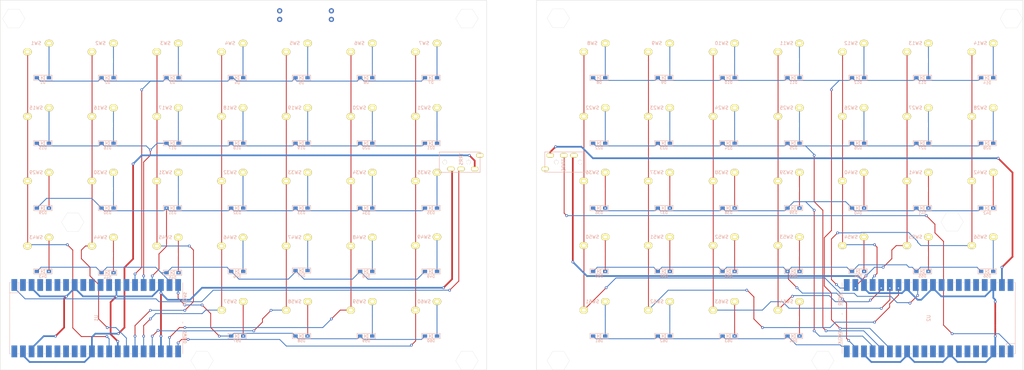
<source format=kicad_pcb>
(kicad_pcb (version 20221018) (generator pcbnew)
  (layers (0 "F.Cu" signal) (31 "B.Cu" signal) (34 "B.Paste" user) (35 "F.Paste" user) (36 "B.SilkS" user "B.Silkscreen") (37 "F.SilkS" user "F.Silkscreen") (38 "B.Mask" user) (39 "F.Mask" user) (44 "Edge.Cuts" user))
  (net 0 "")
  (net 1 "Row0")
  (net 2 "Net-(D1-A)")
  (net 3 "Net-(D2-A)")
  (net 4 "Net-(D3-A)")
  (net 5 "Net-(D4-A)")
  (net 6 "Net-(D5-A)")
  (net 7 "Net-(D6-A)")
  (net 8 "Net-(D7-A)")
  (net 9 "Row5")
  (net 10 "Net-(D8-A)")
  (net 11 "Net-(D9-A)")
  (net 12 "Net-(D10-A)")
  (net 13 "Net-(D11-A)")
  (net 14 "Net-(D12-A)")
  (net 15 "Net-(D13-A)")
  (net 16 "Net-(D14-A)")
  (net 17 "Row1")
  (net 18 "Net-(D15-A)")
  (net 19 "Net-(D16-A)")
  (net 20 "Net-(D17-A)")
  (net 21 "Net-(D18-A)")
  (net 22 "Net-(D19-A)")
  (net 23 "Net-(D20-A)")
  (net 24 "Net-(D21-A)")
  (net 25 "Row6")
  (net 26 "Net-(D22-A)")
  (net 27 "Net-(D23-A)")
  (net 28 "Net-(D24-A)")
  (net 29 "Net-(D25-A)")
  (net 30 "Net-(D26-A)")
  (net 31 "Net-(D27-A)")
  (net 32 "Net-(D28-A)")
  (net 33 "Row2")
  (net 34 "Net-(D29-A)")
  (net 35 "Net-(D30-A)")
  (net 36 "Net-(D31-A)")
  (net 37 "Net-(D32-A)")
  (net 38 "Net-(D33-A)")
  (net 39 "Net-(D34-A)")
  (net 40 "Net-(D35-A)")
  (net 41 "Row7")
  (net 42 "Net-(D36-A)")
  (net 43 "Net-(D37-A)")
  (net 44 "Net-(D38-A)")
  (net 45 "Net-(D39-A)")
  (net 46 "Net-(D40-A)")
  (net 47 "Net-(D41-A)")
  (net 48 "Net-(D42-A)")
  (net 49 "Row3")
  (net 50 "Net-(D43-A)")
  (net 51 "Net-(D44-A)")
  (net 52 "Net-(D45-A)")
  (net 53 "Net-(D46-A)")
  (net 54 "Net-(D47-A)")
  (net 55 "Net-(D48-A)")
  (net 56 "Net-(D49-A)")
  (net 57 "Row8")
  (net 58 "Net-(D50-A)")
  (net 59 "Net-(D51-A)")
  (net 60 "Net-(D52-A)")
  (net 61 "Net-(D53-A)")
  (net 62 "Net-(D54-A)")
  (net 63 "Net-(D55-A)")
  (net 64 "Net-(D56-A)")
  (net 65 "Row4")
  (net 66 "Net-(D57-A)")
  (net 67 "Net-(D58-A)")
  (net 68 "Net-(D59-A)")
  (net 69 "Row9")
  (net 70 "Net-(D60-A)")
  (net 71 "Net-(D61-A)")
  (net 72 "Net-(D62-A)")
  (net 73 "DataLeft")
  (net 74 "GND")
  (net 75 "VCC")
  (net 77 "DataRight")
  (net 78 "VDD")
  (net 80 "Col0")
  (net 81 "Col1")
  (net 82 "Col2")
  (net 83 "Col3")
  (net 84 "Col4")
  (net 85 "Col5")
  (net 86 "Col6")
  (net 87 "Col7")
  (net 88 "Col8")
  (net 89 "Col9")
  (net 90 "Col10")
  (net 91 "Col11")
  (net 92 "Col12")
  (net 93 "Col13")
  (net 113 "GNDA")
  (net 131 "Net-(D63-A)")
  (net 132 "Net-(D64-A)")
  (footprint "Salicylic-acid3_kbd_Parts:Diode_SMD" (layer "F.Cu") (at 306.2 65)
    (fp_text reference "D27")
    (fp_text value "1N4148W" hide)
  )
  (footprint "Salicylic-acid3_kbd_SW:CherryMX_Solder_1u" (layer "F.Cu") (at 305.435 40.58)
    (fp_text reference "SW13")
    (fp_text value "SW_Push" hide)
  )
  (footprint "Salicylic-acid3_kbd_SW:CherryMX_Solder_1u" (layer "F.Cu") (at 103.505 97.85)
    (fp_text reference "SW46")
    (fp_text value "SW_Push" hide)
  )
  (footprint "Salicylic-acid3_kbd_Parts:Diode_SMD" (layer "F.Cu") (at 268.22 84.13)
    (fp_text reference "D39")
    (fp_text value "1N4148W" hide)
  )
  (footprint "Salicylic-acid3_kbd_Parts:Diode_SMD" (layer "F.Cu") (at 210.97 65)
    (fp_text reference "D22")
    (fp_text value "1N4148W" hide)
  )
  (footprint "Salicylic-acid3_kbd_Parts:Diode_SMD" (layer "F.Cu") (at 123.275 84.13)
    (fp_text reference "D33")
    (fp_text value "1N4148W" hide)
  )
  (footprint "Salicylic-acid3_kbd_Parts:Diode_SMD" (layer "F.Cu") (at 47.085 102.81)
    (fp_text reference "D43")
    (fp_text value "1N4148W" hide)
  )
  (footprint "keyboard_parts:m3_Spacer_Hole_hex" (layer "F.Cu") (at 198.92 28.14 180)
    (fp_text reference "REF**" hide)
    (fp_text value "m3_Spacer_Hole_hex" hide)
    (fp_line (start -3.3166 0) (end -1.6583 2.75) (stroke (width 0.05)) (layer "Edge.Cuts"))
    (fp_line (start -1.6583 -2.75) (end -3.3166 0) (stroke (width 0.05)) (layer "Edge.Cuts"))
    (fp_line (start 1.6583 -2.75) (end -1.6583 -2.75) (stroke (width 0.05)) (layer "Edge.Cuts"))
    (fp_line (start 1.6583 -2.75) (end 3.3166 0) (stroke (width 0.05)) (layer "Edge.Cuts"))
    (fp_line (start 1.6583 2.75) (end -1.6583 2.75) (stroke (width 0.05)) (layer "Edge.Cuts"))
    (fp_line (start 3.3166 0) (end 1.6583 2.75) (stroke (width 0.05)) (layer "Edge.Cuts"))
  )
  (footprint "Salicylic-acid3_kbd_Parts:Diode_SMD" (layer "F.Cu") (at 161.42 121.88)
    (fp_text reference "D60")
    (fp_text value "1N4148W" hide)
  )
  (footprint "Salicylic-acid3_kbd_Parts:Diode_SMD" (layer "F.Cu") (at 249.105 102.81)
    (fp_text reference "D52")
    (fp_text value "1N4148W" hide)
  )
  (footprint "Salicylic-acid3_kbd_Parts:Diode_SMD" (layer "F.Cu") (at 325.285 65)
    (fp_text reference "D28")
    (fp_text value "1N4148W" hide)
  )
  (footprint "Salicylic-acid3_kbd_SW:CherryMX_Solder_1u" (layer "F.Cu") (at 210.235 40.58)
    (fp_text reference "SW8")
    (fp_text value "SW_Push" hide)
  )
  (footprint "Salicylic-acid3_kbd_Parts:Diode_SMD" (layer "F.Cu") (at 104.335 65)
    (fp_text reference "D18")
    (fp_text value "1N4148W" hide)
  )
  (footprint "Salicylic-acid3_kbd_Parts:Diode_SMD" (layer "F.Cu") (at 325.285 84.13)
    (fp_text reference "D42")
    (fp_text value "1N4148W" hide)
  )
  (footprint "Salicylic-acid3_kbd_Parts:Diode_SMD" (layer "F.Cu") (at 287.245 65)
    (fp_text reference "D26")
    (fp_text value "1N4148W" hide)
  )
  (footprint "Salicylic-acid3_kbd_Parts:Diode_SMD" (layer "F.Cu") (at 66.135 65)
    (fp_text reference "D16")
    (fp_text value "1N4148W" hide)
  )
  (footprint "Salicylic-acid3_kbd_Parts:Diode_SMD" (layer "F.Cu") (at 325.285 45.68)
    (fp_text reference "D14")
    (fp_text value "1N4148W" hide)
  )
  (footprint "keyboard_parts:m3_Spacer_Hole_hex" (layer "F.Cu") (at 314.96 88.2 180)
    (fp_text reference "REF**" hide)
    (fp_text value "m3_Spacer_Hole_hex" hide)
    (fp_line (start -3.3166 0) (end -1.6583 2.75) (stroke (width 0.05)) (layer "Edge.Cuts"))
    (fp_line (start -1.6583 -2.75) (end -3.3166 0) (stroke (width 0.05)) (layer "Edge.Cuts"))
    (fp_line (start 1.6583 -2.75) (end -1.6583 -2.75) (stroke (width 0.05)) (layer "Edge.Cuts"))
    (fp_line (start 1.6583 -2.75) (end 3.3166 0) (stroke (width 0.05)) (layer "Edge.Cuts"))
    (fp_line (start 1.6583 2.75) (end -1.6583 2.75) (stroke (width 0.05)) (layer "Edge.Cuts"))
    (fp_line (start 3.3166 0) (end 1.6583 2.75) (stroke (width 0.05)) (layer "Edge.Cuts"))
  )
  (footprint "keyboard_parts:m3_Spacer_Hole_hex" (layer "F.Cu") (at 38.5 28.24 180)
    (fp_text reference "REF**" hide)
    (fp_text value "m3_Spacer_Hole_hex" hide)
    (fp_line (start -3.3166 0) (end -1.6583 2.75) (stroke (width 0.05)) (layer "Edge.Cuts"))
    (fp_line (start -1.6583 -2.75) (end -3.3166 0) (stroke (width 0.05)) (layer "Edge.Cuts"))
    (fp_line (start 1.6583 -2.75) (end -1.6583 -2.75) (stroke (width 0.05)) (layer "Edge.Cuts"))
    (fp_line (start 1.6583 -2.75) (end 3.3166 0) (stroke (width 0.05)) (layer "Edge.Cuts"))
    (fp_line (start 1.6583 2.75) (end -1.6583 2.75) (stroke (width 0.05)) (layer "Edge.Cuts"))
    (fp_line (start 3.3166 0) (end 1.6583 2.75) (stroke (width 0.05)) (layer "Edge.Cuts"))
  )
  (footprint "keyboard_parts:m3_Spacer_Hole_hex" (layer "F.Cu") (at 93.98 129.14)
    (fp_text reference "REF**" hide)
    (fp_text value "m3_Spacer_Hole_hex" hide)
    (fp_line (start -3.3166 0) (end -1.6583 2.75) (stroke (width 0.05)) (layer "Edge.Cuts"))
    (fp_line (start -1.6583 -2.75) (end -3.3166 0) (stroke (width 0.05)) (layer "Edge.Cuts"))
    (fp_line (start 1.6583 -2.75) (end -1.6583 -2.75) (stroke (width 0.05)) (layer "Edge.Cuts"))
    (fp_line (start 1.6583 -2.75) (end 3.3166 0) (stroke (width 0.05)) (layer "Edge.Cuts"))
    (fp_line (start 1.6583 2.75) (end -1.6583 2.75) (stroke (width 0.05)) (layer "Edge.Cuts"))
    (fp_line (start 3.3166 0) (end 1.6583 2.75) (stroke (width 0.05)) (layer "Edge.Cuts"))
  )
  (footprint "Salicylic-acid3_kbd_SW:CherryMX_Solder_1u" (layer "F.Cu") (at 286.435 97.73)
    (fp_text reference "SW54")
    (fp_text value "SW_Push" hide)
  )
  (footprint "Salicylic-acid3_kbd_Parts:Diode_SMD" (layer "F.Cu") (at 142.345 45.68)
    (fp_text reference "D6")
    (fp_text value "1N4148W" hide)
  )
  (footprint "Salicylic-acid3_kbd_SW:CherryMX_Solder_1u" (layer "F.Cu") (at 210.235 116.78)
    (fp_text reference "SW61")
    (fp_text value "SW_Push" hide)
  )
  (footprint "Salicylic-acid3_kbd_SW:CherryMX_Solder_1u" (layer "F.Cu") (at 286.435 59.63)
    (fp_text reference "SW26")
    (fp_text value "SW_Push" hide)
  )
  (footprint "Salicylic-acid3_kbd_SW:CherryMX_Solder_1u" (layer "F.Cu") (at 210.235 59.63)
    (fp_text reference "SW22")
    (fp_text value "SW_Push" hide)
  )
  (footprint "Salicylic-acid3_kbd_Parts:Diode_SMD" (layer "F.Cu") (at 306.2 84.13)
    (fp_text reference "D41")
    (fp_text value "1N4148W" hide)
  )
  (footprint "Salicylic-acid3_kbd_Parts:Diode_SMD" (layer "F.Cu") (at 287.245 84.13)
    (fp_text reference "D40")
    (fp_text value "1N4148W" hide)
  )
  (footprint "Salicylic-acid3_kbd_Parts:Diode_SMD" (layer "F.Cu") (at 85.285 65)
    (fp_text reference "D17")
    (fp_text value "1N4148W" hide)
  )
  (footprint "Salicylic-acid3_kbd_Parts:Diode_SMD" (layer "F.Cu") (at 325.285 102.81)
    (fp_text reference "D56")
    (fp_text value "1N4148W" hide)
  )
  (footprint "Salicylic-acid3_kbd_Parts:TRRS_MJ-4PP-9" (layer "F.Cu") (at 170 70.58 90)
    (fp_text reference "J1")
    (fp_text value "TRRS_MJ-4PP-9" hide)
  )
  (footprint "Salicylic-acid3_kbd_Parts:Diode_SMD" (layer "F.Cu") (at 161.42 65)
    (fp_text reference "D21")
    (fp_text value "1N4148W" hide)
  )
  (footprint "Salicylic-acid3_kbd_SW:CherryMX_Solder_1u" (layer "F.Cu") (at 141.605 78.68)
    (fp_text reference "SW34")
    (fp_text value "SW_Push" hide)
  )
  (footprint "Salicylic-acid3_kbd_SW:CherryMX_Solder_1u" (layer "F.Cu") (at 46.355 59.63)
    (fp_text reference "SW15")
    (fp_text value "SW_Push" hide)
  )
  (footprint "Salicylic-acid3_kbd_Parts:Diode_SMD" (layer "F.Cu") (at 249.105 84.13)
    (fp_text reference "D38")
    (fp_text value "1N4148W" hide)
  )
  (footprint "Salicylic-acid3_kbd_SW:CherryMX_Solder_1u" (layer "F.Cu") (at 229.235 116.78)
    (fp_text reference "SW62")
    (fp_text value "SW_Push" hide)
  )
  (footprint "Salicylic-acid3_kbd_SW:CherryMX_Solder_1u" (layer "F.Cu") (at 229.235 59.63)
    (fp_text reference "SW23")
    (fp_text value "SW_Push" hide)
  )
  (footprint "Salicylic-acid3_kbd_SW:CherryMX_Solder_1u" (layer "F.Cu") (at 84.455 97.85)
    (fp_text reference "SW45")
    (fp_text value "SW_Push" hide)
  )
  (footprint "Salicylic-acid3_kbd_SW:CherryMX_Solder_1u" (layer "F.Cu") (at 103.565 116.78)
    (fp_text reference "SW57")
    (fp_text value "SW_Push" hide)
  )
  (footprint "Salicylic-acid3_kbd_SW:CherryMX_Solder_1u" (layer "F.Cu") (at 46.355 40.58)
    (fp_text reference "SW1")
    (fp_text value "SW_Push" hide)
  )
  (footprint "Salicylic-acid3_kbd_Parts:Diode_SMD" (layer "F.Cu") (at 268.22 102.81)
    (fp_text reference "D53")
    (fp_text value "1N4148W" hide)
  )
  (footprint "Salicylic-acid3_kbd_Parts:Diode_SMD" (layer "F.Cu") (at 230.02 45.68)
    (fp_text reference "D9")
    (fp_text value "1N4148W" hide)
  )
  (footprint "Salicylic-acid3_kbd_SW:CherryMX_Solder_1u" (layer "F.Cu") (at 286.435 40.58)
    (fp_text reference "SW12")
    (fp_text value "SW_Push" hide)
  )
  (footprint "Salicylic-acid3_kbd_SW:CherryMX_Solder_1u" (layer "F.Cu") (at 122.555 116.78)
    (fp_text reference "SW58")
    (fp_text value "SW_Push" hide)
  )
  (footprint "Salicylic-acid3_kbd_SW:CherryMX_Solder_1u" (layer "F.Cu") (at 65.335 59.63)
    (fp_text reference "SW16")
    (fp_text value "SW_Push" hide)
  )
  (footprint "keyboard_parts:m3_Spacer_Hole_hex" (layer "F.Cu") (at 332.4 28.24 180)
    (fp_text reference "REF**" hide)
    (fp_text value "m3_Spacer_Hole_hex" hide)
    (fp_line (start -3.3166 0) (end -1.6583 2.75) (stroke (width 0.05)) (layer "Edge.Cuts"))
    (fp_line (start -1.6583 -2.75) (end -3.3166 0) (stroke (width 0.05)) (layer "Edge.Cuts"))
    (fp_line (start 1.6583 -2.75) (end -1.6583 -2.75) (stroke (width 0.05)) (layer "Edge.Cuts"))
    (fp_line (start 1.6583 -2.75) (end 3.3166 0) (stroke (width 0.05)) (layer "Edge.Cuts"))
    (fp_line (start 1.6583 2.75) (end -1.6583 2.75) (stroke (width 0.05)) (layer "Edge.Cuts"))
    (fp_line (start 3.3166 0) (end 1.6583 2.75) (stroke (width 0.05)) (layer "Edge.Cuts"))
  )
  (footprint "Salicylic-acid3_kbd_Parts:Diode_SMD" (layer "F.Cu") (at 123.275 121.88)
    (fp_text reference "D58")
    (fp_text value "1N4148W" hide)
  )
  (footprint "Salicylic-acid3_kbd_SW:CherryMX_Solder_1u" (layer "F.Cu") (at 286.435 78.68)
    (fp_text reference "SW40")
    (fp_text value "SW_Push" hide)
  )
  (footprint "Salicylic-acid3_kbd_Parts:Diode_SMD" (layer "F.Cu") (at 306.2 102.81)
    (fp_text reference "D55")
    (fp_text value "1N4148W" hide)
  )
  (footprint "Salicylic-acid3_kbd_Parts:Diode_SMD" (layer "F.Cu") (at 104.335 84.13)
    (fp_text reference "D32")
    (fp_text value "1N4148W" hide)
  )
  (footprint "Salicylic-acid3_kbd_SW:CherryMX_Solder_1u" (layer "F.Cu") (at 122.555 59.63)
    (fp_text reference "SW19")
    (fp_text value "SW_Push" hide)
  )
  (footprint "Salicylic-acid3_kbd_Parts:Diode_SMD" (layer "F.Cu") (at 161.42 84.13)
    (fp_text reference "D35")
    (fp_text value "1N4148W" hide)
  )
  (footprint "Salicylic-acid3_kbd_Parts:Diode_SMD" (layer "F.Cu") (at 104.335 102.81)
    (fp_text reference "D46")
    (fp_text value "1N4148W" hide)
  )
  (footprint "Salicylic-acid3_kbd_Parts:Diode_SMD" (layer "F.Cu") (at 142.345 84.13)
    (fp_text reference "D34")
    (fp_text value "1N4148W" hide)
  )
  (footprint "Salicylic-acid3_kbd_Parts:Diode_SMD" (layer "F.Cu") (at 210.97 84.13)
    (fp_text reference "D36")
    (fp_text value "1N4148W" hide)
  )
  (footprint "keyboard_parts:USB_type-C_dip_module_AE-USB2.0-TYPE-C" (layer "F.Cu") (at 124.46 23)
    (fp_text reference "REF**" hide)
    (fp_text value "USB_type-C_dip_module_AE-USB2.0-TYPE-C")
  )
  (footprint "Salicylic-acid3_kbd_SW:CherryMX_Solder_1u" (layer "F.Cu") (at 46.355 97.85)
    (fp_text reference "SW43")
    (fp_text value "SW_Push" hide)
  )
  (footprint "Salicylic-acid3_kbd_Parts:Diode_SMD" (layer "F.Cu") (at 230.02 121.88)
    (fp_text reference "D62")
    (fp_text value "1N4148W" hide)
  )
  (footprint "Salicylic-acid3_kbd_Parts:Diode_SMD" (layer "F.Cu") (at 306.2 45.68)
    (fp_text reference "D13")
    (fp_text value "1N4148W" hide)
  )
  (footprint "Salicylic-acid3_kbd_SW:CherryMX_Solder_1u" (layer "F.Cu") (at 267.435 97.73)
    (fp_text reference "SW53")
    (fp_text value "SW_Push" hide)
  )
  (footprint "Salicylic-acid3_kbd_Parts:Diode_SMD" (layer "F.Cu") (at 287.245 102.81)
    (fp_text reference "D54")
    (fp_text value "1N4148W" hide)
  )
  (footprint "Salicylic-acid3_kbd_SW:CherryMX_Solder_1u" (layer "F.Cu") (at 122.555 97.85)
    (fp_text reference "SW47")
    (fp_text value "SW_Push" hide)
  )
  (footprint "Salicylic-acid3_kbd_Parts:Diode_SMD" (layer "F.Cu") (at 66.135 45.68)
    (fp_text reference "D2")
    (fp_text value "1N4148W" hide)
  )
  (footprint "Salicylic-acid3_kbd_Parts:Diode_SMD" (layer "F.Cu") (at 268.22 121.88)
    (fp_text reference "D64")
    (fp_text value "1N4148W" hide)
  )
  (footprint "Salicylic-acid3_kbd_SW:CherryMX_Solder_1u" (layer "F.Cu") (at 160.655 78.68)
    (fp_text reference "SW35")
    (fp_text value "SW_Push" hide)
  )
  (footprint "Salicylic-acid3_kbd_SW:CherryMX_Solder_1u" (layer "F.Cu") (at 324.535 59.63)
    (fp_text reference "SW28")
    (fp_text value "SW_Push" hide)
  )
  (footprint "Salicylic-acid3_kbd_SW:CherryMX_Solder_1u" (layer "F.Cu") (at 229.235 97.73)
    (fp_text reference "SW51")
    (fp_text value "SW_Push" hide)
  )
  (footprint "Salicylic-acid3_kbd_Parts:Diode_SMD" (layer "F.Cu") (at 230.02 65)
    (fp_text reference "D23")
    (fp_text value "1N4148W" hide)
  )
  (footprint "Salicylic-acid3_kbd_SW:CherryMX_Solder_1u" (layer "F.Cu") (at 229.235 78.68)
    (fp_text reference "SW37")
    (fp_text value "SW_Push" hide)
  )
  (footprint "Salicylic-acid3_kbd_SW:CherryMX_Solder_1u" (layer "F.Cu") (at 324.535 97.73)
    (fp_text reference "SW56")
    (fp_text value "SW_Push" hide)
  )
  (footprint "Salicylic-acid3_kbd_Parts:Diode_SMD" (layer "F.Cu") (at 85.285 84.13)
    (fp_text reference "D31")
    (fp_text value "1N4148W" hide)
  )
  (footprint "Salicylic-acid3_kbd_SW:CherryMX_Solder_1u" (layer "F.Cu") (at 65.335 78.68)
    (fp_text reference "SW30")
    (fp_text value "SW_Push" hide)
  )
  (footprint "Salicylic-acid3_kbd_Parts:Diode_SMD" (layer "F.Cu") (at 142.345 121.88)
    (fp_text reference "D59")
    (fp_text value "1N4148W" hide)
  )
  (footprint "Salicylic-acid3_kbd_SW:CherryMX_Solder_1u" (layer "F.Cu") (at 122.555 78.68)
    (fp_text reference "SW33")
    (fp_text value "SW_Push" hide)
  )
  (footprint "Salicylic-acid3_kbd_Parts:Diode_SMD" (layer "F.Cu") (at 249.105 121.88)
    (fp_text reference "D63")
    (fp_text value "1N4148W" hide)
  )
  (footprint "Salicylic-acid3_kbd_SW:CherryMX_Solder_1u" (layer "F.Cu") (at 229.235 40.58)
    (fp_text reference "SW9")
    (fp_text value "SW_Push" hide)
  )
  (footprint "Salicylic-acid3_kbd_Parts:Diode_SMD" (layer "F.Cu") (at 123.275 45.68)
    (fp_text reference "D5")
    (fp_text value "1N4148W" hide)
  )
  (footprint "Salicylic-acid3_kbd_Parts:Diode_SMD" (layer "F.Cu") (at 104.335 45.68)
    (fp_text reference "D4")
    (fp_text value "1N4148W" hide)
  )
  (footprint "Salicylic-acid3_kbd_SW:CherryMX_Solder_1u" (layer "F.Cu") (at 305.435 59.63)
    (fp_text reference "SW27")
    (fp_text value "SW_Push" hide)
  )
  (footprint "Salicylic-acid3_kbd_SW:CherryMX_Solder_1u" (layer "F.Cu") (at 324.535 40.58)
    (fp_text reference "SW14")
    (fp_text value "SW_Push" hide)
  )
  (footprint "keyboard_parts:m3_Spacer_Hole_hex" (layer "F.Cu") (at 172.02 129.14)
    (fp_text reference "REF**" hide)
    (fp_text value "m3_Spacer_Hole_hex" hide)
    (fp_line (start -3.3166 0) (end -1.6583 2.75) (stroke (width 0.05)) (layer "Edge.Cuts"))
    (fp_line (start -1.6583 -2.75) (end -3.3166 0) (stroke (width 0.05)) (layer "Edge.Cuts"))
    (fp_line (start 1.6583 -2.75) (end -1.6583 -2.75) (stroke (width 0.05)) (layer "Edge.Cuts"))
    (fp_line (start 1.6583 -2.75) (end 3.3166 0) (stroke (width 0.05)) (layer "Edge.Cuts"))
    (fp_line (start 1.6583 2.75) (end -1.6583 2.75) (stroke (width 0.05)) (layer "Edge.Cuts"))
    (fp_line (start 3.3166 0) (end 1.6583 2.75) (stroke (width 0.05)) (layer "Edge.Cuts"))
  )
  (footprint "Salicylic-acid3_kbd_SW:CherryMX_Solder_1u" (layer "F.Cu") (at 210.235 97.73)
    (fp_text reference "SW50")
    (fp_text value "SW_Push" hide)
  )
  (footprint "Salicylic-acid3_kbd_Parts:Diode_SMD" (layer "F.Cu") (at 161.42 45.68)
    (fp_text reference "D7")
    (fp_text value "1N4148W" hide)
  )
  (footprint "Salicylic-acid3_kbd_SW:CherryMX_Solder_1u" (layer "F.Cu") (at 248.335 78.68)
    (fp_text reference "SW38")
    (fp_text value "SW_Push" hide)
  )
  (footprint "Salicylic-acid3_kbd_SW:CherryMX_Solder_1u" (layer "F.Cu") (at 267.435 40.58)
    (fp_text reference "SW11")
    (fp_text value "SW_Push" hide)
  )
  (footprint "Salicylic-acid3_kbd_SW:CherryMX_Solder_1u" (layer "F.Cu") (at 141.605 40.58)
    (fp_text reference "SW6")
    (fp_text value "SW_Push" hide)
  )
  (footprint "Salicylic-acid3_kbd_SW:CherryMX_Solder_1u" (layer "F.Cu") (at 65.335 97.85)
    (fp_text reference "SW44")
    (fp_text value "SW_Push" hide)
  )
  (footprint "Salicylic-acid3_kbd_Parts:Diode_SMD" (layer "F.Cu") (at 210.97 102.81)
    (fp_text reference "D50")
    (fp_text value "1N4148W" hide)
  )
  (footprint "Salicylic-acid3_kbd_SW:CherryMX_Solder_1u" (layer "F.Cu") (at 248.335 97.73)
    (fp_text reference "SW52")
    (fp_text value "SW_Push" hide)
  )
  (footprint "keyboard_parts:m3_Spacer_Hole_hex" (layer "F.Cu") (at 172.02 28.24 180)
    (fp_text reference "REF**" hide)
    (fp_text value "m3_Spacer_Hole_hex" hide)
    (fp_line (start -3.3166 0) (end -1.6583 2.75) (stroke (width 0.05)) (layer "Edge.Cuts"))
    (fp_line (start -1.6583 -2.75) (end -3.3166 0) (stroke (width 0.05)) (layer "Edge.Cuts"))
    (fp_line (start 1.6583 -2.75) (end -1.6583 -2.75) (stroke (width 0.05)) (layer "Edge.Cuts"))
    (fp_line (start 1.6583 -2.75) (end 3.3166 0) (stroke (width 0.05)) (layer "Edge.Cuts"))
    (fp_line (start 1.6583 2.75) (end -1.6583 2.75) (stroke (width 0.05)) (layer "Edge.Cuts"))
    (fp_line (start 3.3166 0) (end 1.6583 2.75) (stroke (width 0.05)) (layer "Edge.Cuts"))
  )
  (footprint "Salicylic-acid3_kbd_Parts:Diode_SMD" (layer "F.Cu") (at 104.335 121.88)
    (fp_text reference "D57")
    (fp_text value "1N4148W" hide)
  )
  (footprint "Salicylic-acid3_kbd_Parts:Diode_SMD" (layer "F.Cu") (at 66.135 103.21)
    (fp_text reference "D44")
    (fp_text value "1N4148W" hide)
  )
  (footprint "Salicylic-acid3_kbd_Parts:Diode_SMD" (layer "F.Cu") (at 142.345 65)
    (fp_text reference "D20")
    (fp_text value "1N4148W" hide)
  )
  (footprint "Salicylic-acid3_kbd_SW:CherryMX_Solder_1u" (layer "F.Cu") (at 160.655 97.73)
    (fp_text reference "SW49")
    (fp_text value "SW_Push" hide)
  )
  (footprint "Salicylic-acid3_kbd_SW:CherryMX_Solder_1u" (layer "F.Cu") (at 160.655 59.63)
    (fp_text reference "SW21")
    (fp_text value "SW_Push" hide)
  )
  (footprint "keyboard_parts:m3_Spacer_Hole_hex" (layer "F.Cu") (at 198.92 129.14)
    (fp_text reference "REF**" hide)
    (fp_text value "m3_Spacer_Hole_hex" hide)
    (fp_line (start -3.3166 0) (end -1.6583 2.75) (stroke (width 0.05)) (layer "Edge.Cuts"))
    (fp_line (start -1.6583 -2.75) (end -3.3166 0) (stroke (width 0.05)) (layer "Edge.Cuts"))
    (fp_line (start 1.6583 -2.75) (end -1.6583 -2.75) (stroke (width 0.05)) (layer "Edge.Cuts"))
    (fp_line (start 1.6583 -2.75) (end 3.3166 0) (stroke (width 0.05)) (layer "Edge.Cuts"))
    (fp_line (start 1.6583 2.75) (end -1.6583 2.75) (stroke (width 0.05)) (layer "Edge.Cuts"))
    (fp_line (start 3.3166 0) (end 1.6583 2.75) (stroke (width 0.05)) (layer "Edge.Cuts"))
  )
  (footprint "Salicylic-acid3_kbd_Parts:Diode_SMD" (layer "F.Cu") (at 66.135 84.13)
    (fp_text reference "D30")
    (fp_text value "1N4148W" hide)
  )
  (footprint "Salicylic-acid3_kbd_Parts:Diode_SMD" (layer "F.Cu") (at 249.105 45.68)
    (fp_text reference "D10")
    (fp_text value "1N4148W" hide)
  )
  (footprint "Salicylic-acid3_kbd_Parts:Diode_SMD" (layer "F.Cu") (at 161.42 102.81)
    (fp_text reference "D49")
    (fp_text value "1N4148W" hide)
  )
  (footprint "Salicylic-acid3_kbd_SW:CherryMX_Solder_1u" (layer "F.Cu") (at 46.355 78.68)
    (fp_text reference "SW29")
    (fp_text value "SW_Push" hide)
  )
  (footprint "Salicylic-acid3_kbd_SW:CherryMX_Solder_1u" (layer "F.Cu") (at 103.505 40.58)
    (fp_text reference "SW4")
    (fp_text value "SW_Push" hide)
  )
  (footprint "Salicylic-acid3_kbd_Parts:Diode_SMD" (layer "F.Cu") (at 85.285 103.21)
    (fp_text reference "D45")
    (fp_text value "1N4148W" hide)
  )
  (footprint "Salicylic-acid3_kbd_Parts:Diode_SMD" (layer "F.Cu") (at 123.275 65)
    (fp_text reference "D19")
    (fp_text value "1N4148W" hide)
  )
  (footprint "Salicylic-acid3_kbd_SW:CherryMX_Solder_1u" (layer "F.Cu") (at 267.435 78.68)
    (fp_text reference "SW39")
    (fp_text value "SW_Push" hide)
  )
  (footprint "Salicylic-acid3_kbd_SW:CherryMX_Solder_1u" (layer "F.Cu") (at 141.605 116.78)
    (fp_text reference "SW59")
    (fp_text value "SW_Push" hide)
  )
  (footprint "Salicylic-acid3_kbd_SW:CherryMX_Solder_1u" (layer "F.Cu") (at 141.605 59.63)
    (fp_text reference "SW20")
    (fp_text value "SW_Push" hide)
  )
  (footprint "Salicylic-acid3_kbd_Parts:Diode_SMD" (layer "F.Cu") (at 210.97 121.88)
    (fp_text reference "D61")
    (fp_text value "1N4148W" hide)
  )
  (footprint "Salicylic-acid3_kbd_SW:CherryMX_Solder_1u" (layer "F.Cu") (at 103.505 78.68)
    (fp_text reference "SW32")
    (fp_text value "SW_Push" hide)
  )
  (footprint "Salicylic-acid3_kbd_SW:CherryMX_Solder_1u" (layer "F.Cu") (at 305.435 97.73)
    (fp_text reference "SW55")
    (fp_text value "SW_Push" hide)
  )
  (footprint "Salicylic-acid3_kbd_SW:CherryMX_Solder_1u" (layer "F.Cu") (at 65.335 40.58)
    (fp_text reference "SW2")
    (fp_text value "SW_Push" hide)
  )
  (footprint "Salicylic-acid3_kbd_SW:CherryMX_Solder_1u" (layer "F.Cu") (at 84.455 40.58)
    (fp_text reference "SW3")
    (fp_text value "SW_Push" hide)
  )
  (footprint "Salicylic-acid3_kbd_SW:CherryMX_Solder_1u" (layer "F.Cu") (at 160.655 40.58)
    (fp_text reference "SW7")
    (fp_text value "SW_Push" hide)
  )
  (footprint "Salicylic-acid3_kbd_SW:CherryMX_Solder_1u" (layer "F.Cu") (at 248.335 59.63)
    (fp_text reference "SW24")
    (fp_text value "SW_Push" hide)
  )
  (footprint "Salicylic-acid3_kbd_Parts:Diode_SMD" (layer "F.Cu") (at 230.02 102.81)
    (fp_text reference "D51")
    (fp_text value "1N4148W" hide)
  )
  (footprint "keyboard_parts:m3_Spacer_Hole_hex" (layer "F.Cu") (at 55.88 88.3)
    (fp_text reference "REF**" hide)
    (fp_text value "m3_Spacer_Hole_hex" hide)
    (fp_line (start -3.3166 0) (end -1.6583 2.75) (stroke (width 0.05)) (layer "Edge.Cuts"))
    (fp_line (start -1.6583 -2.75) (end -3.3166 0) (stroke (width 0.05)) (layer "Edge.Cuts"))
    (fp_line (start 1.6583 -2.75) (end -1.6583 -2.75) (stroke (width 0.05)) (layer "Edge.Cuts"))
    (fp_line (start 1.6583 -2.75) (end 3.3166 0) (stroke (width 0.05)) (layer "Edge.Cuts"))
    (fp_line (start 1.6583 2.75) (end -1.6583 2.75) (stroke (width 0.05)) (layer "Edge.Cuts"))
    (fp_line (start 3.3166 0) (end 1.6583 2.75) (stroke (width 0.05)) (layer "Edge.Cuts"))
  )
  (footprint "Salicylic-acid3_kbd_SW:CherryMX_Solder_1u" (layer "F.Cu") (at 84.455 59.63)
    (fp_text reference "SW17")
    (fp_text value "SW_Push" hide)
  )
  (footprint "Salicylic-acid3_kbd_SW:CherryMX_Solder_1u" (layer "F.Cu") (at 267.435 59.63)
    (fp_text reference "SW25")
    (fp_text value "SW_Push" hide)
  )
  (footprint "Salicylic-acid3_kbd_Parts:TRRS_MJ-4PP-9" (layer "F.Cu") (at 200.845 70.58 -90)
    (fp_text reference "J2")
    (fp_text value "TRRS_MJ-4PP-9" hide)
  )
  (footprint "Salicylic-acid3_kbd_Parts:Diode_SMD" (layer "F.Cu") (at 85.285 45.68)
    (fp_text reference "D3")
    (fp_text value "1N4148W" hide)
  )
  (footprint "Salicylic-acid3_kbd_Parts:Diode_SMD" (layer "F.Cu") (at 249.105 65)
    (fp_text reference "D24")
    (fp_text value "1N4148W" hide)
  )
  (footprint "Salicylic-acid3_kbd_SW:CherryMX_Solder_1u" (layer "F.Cu") (at 141.605 97.85)
    (fp_text reference "SW48")
    (fp_text value "SW_Push" hide)
  )
  (footprint "Salicylic-acid3_kbd_Parts:Diode_SMD" (layer "F.Cu") (at 268.22 65)
    (fp_text reference "D25")
    (fp_text value "1N4148W" hide)
  )
  (footprint "Salicylic-acid3_kbd_Parts:Diode_SMD" (layer "F.Cu") (at 142.345 102.81)
    (fp_text reference "D48")
    (fp_text value "1N4148W" hide)
  )
  (footprint "Salicylic-acid3_kbd_SW:CherryMX_Solder_1u" (layer "F.Cu") (at 248.335 40.58)
    (fp_text reference "SW10")
    (fp_text value "SW_Push" hide)
  )
  (footprint "Salicylic-acid3_kbd_SW:CherryMX_Solder_1u" (layer "F.Cu") (at 160.655 116.78)
    (fp_text reference "SW60")
    (fp_text value "SW_Push" hide)
  )
  (footprint "Salicylic-acid3_kbd_SW:CherryMX_Solder_1u" (layer "F.Cu") (at 103.505 59.63)
    (fp_text reference "SW18")
    (fp_text value "SW_Push" hide)
  )
  (footprint "Salicylic-acid3_kbd_Parts:Diode_SMD" (layer "F.Cu") (at 210.97 45.68)
    (fp_text reference "D8")
    (fp_text value "1N4148W" hide)
  )
  (footprint "Salicylic-acid3_kbd_Parts:Diode_SMD" (layer "F.Cu") (at 123.275 102.56)
    (fp_text reference "D47")
    (fp_text value "1N4148W" hide)
  )
  (footprint "Salicylic-acid3_kbd_Parts:Diode_SMD" (layer "F.Cu") (at 47.085 84.13)
    (fp_text reference "D29")
    (fp_text value "1N4148W" hide)
  )
  (footprint "keyboard_parts:m3_Spacer_Hole_hex" (layer "F.Cu") (at 276.86 129.14)
    (fp_text reference "REF**" hide)
    (fp_text value "m3_Spacer_Hole_hex" hide)
    (fp_line (start -3.3166 0) (end -1.6583 2.75) (stroke (width 0.05)) (layer "Edge.Cuts"))
    (fp_line (start -1.6583 -2.75) (end -3.3166 0) (stroke (width 0.05)) (layer "Edge.Cuts"))
    (fp_line (start 1.6583 -2.75) (end -1.6583 -2.75) (stroke (width 0.05)) (layer "Edge.Cuts"))
    (fp_line (start 1.6583 -2.75) (end 3.3166 0) (stroke (width 0.05)) (layer "Edge.Cuts"))
    (fp_line (start 1.6583 2.75) (end -1.6583 2.75) (stroke (width 0.05)) (layer "Edge.Cuts"))
    (fp_line (start 3.3166 0) (end 1.6583 2.75) (stroke (width 0.05)) (layer "Edge.Cuts"))
  )
  (footprint "Salicylic-acid3_kbd_SW:CherryMX_Solder_1u" (layer "F.Cu") (at 267.435 116.78)
    (fp_text reference "SW64")
    (fp_text value "SW_Push" hide)
  )
  (footprint "Salicylic-acid3_kbd_Parts:Diode_SMD" (layer "F.Cu") (at 230.02 84.13)
    (fp_text reference "D37")
    (fp_text value "1N4148W" hide)
  )
  (footprint "Salicylic-acid3_kbd_Parts:Diode_SMD" (layer "F.Cu") (at 287.245 45.68)
    (fp_text reference "D12")
    (fp_text value "1N4148W" hide)
  )
  (footprint "Salicylic-acid3_kbd_SW:CherryMX_Solder_1u" (layer "F.Cu") (at 305.435 78.68)
    (fp_text reference "SW41")
    (fp_text value "SW_Push" hide)
  )
  (footprint "Salicylic-acid3_kbd_SW:CherryMX_Solder_1u" (layer "F.Cu") (at 324.535 78.68)
    (fp_text reference "SW42")
    (fp_text value "SW_Push" hide)
  )
  (footprint "Salicylic-acid3_kbd_Parts:Diode_SMD" (layer "F.Cu") (at 268.22 45.68)
    (fp_text reference "D11")
    (fp_text value "1N4148W" hide)
  )
  (footprint "Salicylic-acid3_kbd_SW:CherryMX_Solder_1u" (layer "F.Cu") (at 84.455 78.68)
    (fp_text reference "SW31")
    (fp_text value "SW_Push" hide)
  )
  (footprint "Salicylic-acid3_kbd_SW:CherryMX_Solder_1u" (layer "F.Cu") (at 210.235 78.68)
    (fp_text reference "SW36")
    (fp_text value "SW_Push" hide)
  )
  (footprint "Salicylic-acid3_kbd_Parts:Diode_SMD" (layer "F.Cu") (at 47.085 65)
    (fp_text reference "D15")
    (fp_text value "1N4148W" hide)
  )
  (footprint "Salicylic-acid3_kbd_Parts:Diode_SMD" (layer "F.Cu") (at 47.085 45.68)
    (fp_text reference "D1")
    (fp_text value "1N4148W" hide)
  )
  (footprint "Salicylic-acid3_kbd_SW:CherryMX_Solder_1u" (layer "F.Cu") (at 122.555 40.58)
    (fp_text reference "SW5")
    (fp_text value "SW_Push" hide)
  )
  (footprint "Salicylic-acid3_kbd_SW:CherryMX_Solder_1u" (layer "F.Cu") (at 248.335 116.78)
    (fp_text reference "SW63")
    (fp_text value "SW_Push" hide)
  )
  (footprint "Raspberry-pi-pico:RPi_Pico_SMD_TH" (layer "B.Cu") (at 62.8 116.615 -90)
    (fp_text reference "U1")
    (fp_text value "Pico")
  )
  (footprint "Raspberry-pi-pico:RPi_Pico_SMD_TH" (layer "B.Cu") (at 308.035 116.615 90)
    (fp_text reference "U2")
    (fp_text value "Pico")
  )
  (gr_rect (start 192.51 22.86) (end 335.81 131.9) (stroke (width 0.1)) (fill none) (layer "Edge.Cuts"))
  (gr_rect (start 34.5 22.86) (end 177.8 131.9) (stroke (width 0.1)) (fill none) (layer "Edge.Cuts"))
  (segment (start 74.23 103.57) (end 76.2 101.6) (width 0.25) (layer "F.Cu") (net 1))
  (segment (start 76.2 101.6) (end 76.2 49.22) (width 0.25) (layer "F.Cu") (net 1))
  (via (at 74.23 103.57) (size 0.8) (drill 0.4) (layers "F.Cu" "B.Cu") (net 1))
  (via (at 76.2 49.22) (size 0.8) (drill 0.4) (layers "F.Cu" "B.Cu") (net 1))
  (segment (start 120.5 46.68) (end 121.5 45.68) (width 0.25) (layer "B.Cu") (net 1))
  (segment (start 121.92 46.68) (end 139.7 46.68) (width 0.25) (layer "B.Cu") (net 1))
  (segment (start 121.5 45.68) (end 121.5 46.26) (width 0.25) (layer "B.Cu") (net 1))
  (segment (start 140.57 45.68) (end 140.7 45.68) (width 0.25) (layer "B.Cu") (net 1))
  (segment (start 63.36 46.68) (end 64.36 45.68) (width 0.25) (layer "B.Cu") (net 1))
  (segment (start 140.57 45.81) (end 140.57 45.68) (width 0.25) (layer "B.Cu") (net 1))
  (segment (start 84.51 46.68) (end 101.56 46.68) (width 0.25) (layer "B.Cu") (net 1))
  (segment (start 104.14 46.68) (end 120.5 46.68) (width 0.25) (layer "B.Cu") (net 1))
  (segment (start 64.36 45.68) (end 65.36 46.68) (width 0.25) (layer "B.Cu") (net 1))
  (segment (start 74.23 103.57) (end 74.23 107.725) (width 0.25) (layer "B.Cu") (net 1))
  (segment (start 139.7 46.68) (end 140.57 45.81) (width 0.25) (layer "B.Cu") (net 1))
  (segment (start 158.645 46.68) (end 159.645 45.68) (width 0.25) (layer "B.Cu") (net 1))
  (segment (start 76.2 49.22) (end 78.74 46.68) (width 0.25) (layer "B.Cu") (net 1))
  (segment (start 46.31 46.68) (end 63.36 46.68) (width 0.25) (layer "B.Cu") (net 1))
  (segment (start 103.14 45.68) (end 104.14 46.68) (width 0.25) (layer "B.Cu") (net 1))
  (segment (start 83.51 45.68) (end 84.51 46.68) (width 0.25) (layer "B.Cu") (net 1))
  (segment (start 45.31 45.68) (end 46.31 46.68) (width 0.25) (layer "B.Cu") (net 1))
  (segment (start 121.5 46.26) (end 121.92 46.68) (width 0.25) (layer "B.Cu") (net 1))
  (segment (start 65.36 46.68) (end 82.51 46.68) (width 0.25) (layer "B.Cu") (net 1))
  (segment (start 82.51 46.68) (end 83.51 45.68) (width 0.25) (layer "B.Cu") (net 1))
  (segment (start 140.7 45.68) (end 141.7 46.68) (width 0.25) (layer "B.Cu") (net 1))
  (segment (start 101.56 46.68) (end 102.56 45.68) (width 0.25) (layer "B.Cu") (net 1))
  (segment (start 102.56 45.68) (end 103.14 45.68) (width 0.25) (layer "B.Cu") (net 1))
  (segment (start 78.74 46.68) (end 82.51 46.68) (width 0.25) (layer "B.Cu") (net 1))
  (segment (start 141.7 46.68) (end 158.645 46.68) (width 0.25) (layer "B.Cu") (net 1))
  (segment (start 48.895 45.645) (end 48.86 45.68) (width 0.25) (layer "B.Cu") (net 2))
  (segment (start 48.895 35.5) (end 48.895 45.645) (width 0.25) (layer "B.Cu") (net 2))
  (segment (start 67.875 45.645) (end 67.91 45.68) (width 0.25) (layer "B.Cu") (net 3))
  (segment (start 67.875 35.5) (end 67.875 45.645) (width 0.25) (layer "B.Cu") (net 3))
  (segment (start 86.995 45.615) (end 87.06 45.68) (width 0.25) (layer "B.Cu") (net 4))
  (segment (start 86.995 35.5) (end 86.995 45.615) (width 0.25) (layer "B.Cu") (net 4))
  (segment (start 106.045 45.615) (end 106.11 45.68) (width 0.25) (layer "B.Cu") (net 5))
  (segment (start 106.045 35.5) (end 106.045 45.615) (width 0.25) (layer "B.Cu") (net 5))
  (segment (start 125.095 35.5) (end 125.095 45.635) (width 0.25) (layer "B.Cu") (net 6))
  (segment (start 125.095 45.635) (end 125.05 45.68) (width 0.25) (layer "B.Cu") (net 6))
  (segment (start 144.145 35.5) (end 144.145 45.655) (width 0.25) (layer "B.Cu") (net 7))
  (segment (start 144.145 45.655) (end 144.12 45.68) (width 0.25) (layer "B.Cu") (net 7))
  (segment (start 163.195 35.5) (end 163.195 45.68) (width 0.25) (layer "B.Cu") (net 8))
  (segment (start 279.4 109.22) (end 277.31 107.13) (width 0.25) (layer "F.Cu") (net 9))
  (segment (start 277.31 107.13) (end 277.31 92.846552) (width 0.25) (layer "F.Cu") (net 9))
  (segment (start 279.4 117.0755) (end 279.4 109.22) (width 0.25) (layer "F.Cu") (net 9))
  (segment (start 277.31 92.846552) (end 279.4 90.756552) (width 0.25) (layer "F.Cu") (net 9))
  (segment (start 279.4 90.756552) (end 279.4 49.22) (width 0.25) (layer "F.Cu") (net 9))
  (segment (start 281.94 119.6155) (end 279.4 117.0755) (width 0.25) (layer "F.Cu") (net 9))
  (via (at 281.94 119.6155) (size 0.8) (drill 0.4) (layers "F.Cu" "B.Cu") (net 9))
  (via (at 279.4 49.22) (size 0.8) (drill 0.4) (layers "F.Cu" "B.Cu") (net 9))
  (segment (start 304.425 45.68) (end 303.625 46.48) (width 0.25) (layer "B.Cu") (net 9))
  (segment (start 323.51 45.68) (end 322.71 46.48) (width 0.25) (layer "B.Cu") (net 9))
  (segment (start 279.4 49.22) (end 279.4 48.77) (width 0.25) (layer "B.Cu") (net 9))
  (segment (start 266.445 45.68) (end 265.645 46.48) (width 0.25) (layer "B.Cu") (net 9))
  (segment (start 305.225 46.48) (end 304.425 45.68) (width 0.25) (layer "B.Cu") (net 9))
  (segment (start 279.4 48.77) (end 281.69 46.48) (width 0.25) (layer "B.Cu") (net 9))
  (segment (start 229.045 46.48) (end 228.245 45.68) (width 0.25) (layer "B.Cu") (net 9))
  (segment (start 286.27 46.48) (end 285.47 45.68) (width 0.25) (layer "B.Cu") (net 9))
  (segment (start 281.94 119.6155) (end 290.7155 119.6155) (width 0.25) (layer "B.Cu") (net 9))
  (segment (start 285.47 45.68) (end 284.67 46.48) (width 0.25) (layer "B.Cu") (net 9))
  (segment (start 265.645 46.48) (end 248.13 46.48) (width 0.25) (layer "B.Cu") (net 9))
  (segment (start 247.33 45.68) (end 246.53 46.48) (width 0.25) (layer "B.Cu") (net 9))
  (segment (start 227.445 46.48) (end 209.995 46.48) (width 0.25) (layer "B.Cu") (net 9))
  (segment (start 248.13 46.48) (end 247.33 45.68) (width 0.25) (layer "B.Cu") (net 9))
  (segment (start 209.995 46.48) (end 209.195 45.68) (width 0.25) (layer "B.Cu") (net 9))
  (segment (start 284.67 46.48) (end 267.245 46.48) (width 0.25) (layer "B.Cu") (net 9))
  (segment (start 303.625 46.48) (end 286.27 46.48) (width 0.25) (layer "B.Cu") (net 9))
  (segment (start 281.69 46.48) (end 281.94 46.48) (width 0.25) (layer "B.Cu") (net 9))
  (segment (start 290.7155 119.6155) (end 296.605 125.505) (width 0.25) (layer "B.Cu") (net 9))
  (segment (start 228.245 45.68) (end 227.445 46.48) (width 0.25) (layer "B.Cu") (net 9))
  (segment (start 246.53 46.48) (end 229.045 46.48) (width 0.25) (layer "B.Cu") (net 9))
  (segment (start 322.71 46.48) (end 305.225 46.48) (width 0.25) (layer "B.Cu") (net 9))
  (segment (start 267.245 46.48) (end 266.445 45.68) (width 0.25) (layer "B.Cu") (net 9))
  (segment (start 212.775 35.5) (end 212.775 45.65) (width 0.25) (layer "B.Cu") (net 10))
  (segment (start 212.775 45.65) (end 212.745 45.68) (width 0.25) (layer "B.Cu") (net 10))
  (segment (start 231.775 45.66) (end 231.795 45.68) (width 0.25) (layer "B.Cu") (net 11))
  (segment (start 231.775 35.5) (end 231.775 45.66) (width 0.25) (layer "B.Cu") (net 11))
  (segment (start 250.875 35.5) (end 250.875 45.675) (width 0.25) (layer "B.Cu") (net 12))
  (segment (start 250.875 45.675) (end 250.88 45.68) (width 0.25) (layer "B.Cu") (net 12))
  (segment (start 269.975 45.66) (end 269.995 45.68) (width 0.25) (layer "B.Cu") (net 13))
  (segment (start 269.975 35.5) (end 269.975 45.66) (width 0.25) (layer "B.Cu") (net 13))
  (segment (start 288.975 45.635) (end 289.02 45.68) (width 0.25) (layer "B.Cu") (net 14))
  (segment (start 288.975 35.5) (end 288.975 45.635) (width 0.25) (layer "B.Cu") (net 14))
  (segment (start 307.975 35.5) (end 307.975 45.68) (width 0.25) (layer "B.Cu") (net 15))
  (segment (start 327.075 45.665) (end 327.06 45.68) (width 0.25) (layer "B.Cu") (net 16))
  (segment (start 327.075 35.5) (end 327.075 45.665) (width 0.25) (layer "B.Cu") (net 16))
  (segment (start 76.77 70.55) (end 78.74 68.58) (width 0.25) (layer "F.Cu") (net 17))
  (segment (start 78.74 68.58) (end 78.74 67) (width 0.25) (layer "F.Cu") (net 17))
  (segment (start 76.77 104.14) (end 76.77 70.55) (width 0.25) (layer "F.Cu") (net 17))
  (via (at 78.74 67) (size 0.8) (drill 0.4) (layers "F.Cu" "B.Cu") (net 17))
  (via (at 76.77 104.14) (size 0.8) (drill 0.4) (layers "F.Cu" "B.Cu") (net 17))
  (segment (start 46.11 65.8) (end 45.31 65) (width 0.25) (layer "B.Cu") (net 17))
  (segment (start 84.31 65.8) (end 83.51 65) (width 0.25) (layer "B.Cu") (net 17))
  (segment (start 121.5 65) (end 120.7 65.8) (width 0.25) (layer "B.Cu") (net 17))
  (segment (start 102.56 65) (end 101.76 65.8) (width 0.25) (layer "B.Cu") (net 17))
  (segment (start 76.77 104.14) (end 76.77 107.725) (width 0.25) (layer "B.Cu") (net 17))
  (segment (start 63.56 65.8) (end 46.11 65.8) (width 0.25) (layer "B.Cu") (net 17))
  (segment (start 78.74 67) (end 80.74 65) (width 0.25) (layer "B.Cu") (net 17))
  (segment (start 78.74 67) (end 77.54 65.8) (width 0.25) (layer "B.Cu") (net 17))
  (segment (start 140.57 65) (end 139.77 65.8) (width 0.25) (layer "B.Cu") (net 17))
  (segment (start 122.3 65.8) (end 121.5 65) (width 0.25) (layer "B.Cu") (net 17))
  (segment (start 80.74 65) (end 83.51 65) (width 0.25) (layer "B.Cu") (net 17))
  (segment (start 159.645 65) (end 158.845 65.8) (width 0.25) (layer "B.Cu") (net 17))
  (segment (start 103.36 65.8) (end 102.56 65) (width 0.25) (layer "B.Cu") (net 17))
  (segment (start 139.77 65.8) (end 122.3 65.8) (width 0.25) (layer "B.Cu") (net 17))
  (segment (start 64.36 65) (end 63.56 65.8) (width 0.25) (layer "B.Cu") (net 17))
  (segment (start 120.7 65.8) (end 103.36 65.8) (width 0.25) (layer "B.Cu") (net 17))
  (segment (start 141.37 65.8) (end 140.57 65) (width 0.25) (layer "B.Cu") (net 17))
  (segment (start 65.16 65.8) (end 64.36 65) (width 0.25) (layer "B.Cu") (net 17))
  (segment (start 77.54 65.8) (end 65.16 65.8) (width 0.25) (layer "B.Cu") (net 17))
  (segment (start 101.76 65.8) (end 84.31 65.8) (width 0.25) (layer "B.Cu") (net 17))
  (segment (start 158.845 65.8) (end 141.37 65.8) (width 0.25) (layer "B.Cu") (net 17))
  (segment (start 48.895 64.965) (end 48.86 65) (width 0.25) (layer "B.Cu") (net 18))
  (segment (start 48.895 54.55) (end 48.895 64.965) (width 0.25) (layer "B.Cu") (net 18))
  (segment (start 67.875 54.55) (end 67.875 64.965) (width 0.25) (layer "B.Cu") (net 19))
  (segment (start 67.875 64.965) (end 67.91 65) (width 0.25) (layer "B.Cu") (net 19))
  (segment (start 86.995 64.935) (end 87.06 65) (width 0.25) (layer "B.Cu") (net 20))
  (segment (start 86.995 54.55) (end 86.995 64.935) (width 0.25) (layer "B.Cu") (net 20))
  (segment (start 106.045 54.55) (end 106.045 64.935) (width 0.25) (layer "B.Cu") (net 21))
  (segment (start 106.045 64.935) (end 106.11 65) (width 0.25) (layer "B.Cu") (net 21))
  (segment (start 125.095 54.55) (end 125.095 64.955) (width 0.25) (layer "B.Cu") (net 22))
  (segment (start 125.095 64.955) (end 125.05 65) (width 0.25) (layer "B.Cu") (net 22))
  (segment (start 144.145 64.975) (end 144.12 65) (width 0.25) (layer "B.Cu") (net 23))
  (segment (start 144.145 54.55) (end 144.145 64.975) (width 0.25) (layer "B.Cu") (net 23))
  (segment (start 163.195 54.55) (end 163.195 65) (width 0.25) (layer "B.Cu") (net 24))
  (segment (start 274.32 82.24) (end 276.86 84.78) (width 0.25) (layer "F.Cu") (net 25))
  (segment (start 276.86 119.379822) (end 277.820178 120.34) (width 0.25) (layer "F.Cu") (net 25))
  (segment (start 276.86 84.78) (end 276.86 119.379822) (width 0.25) (layer "F.Cu") (net 25))
  (segment (start 274.32 68.58) (end 274.32 82.24) (width 0.25) (layer "F.Cu") (net 25))
  (via (at 277.820178 120.34) (size 0.8) (drill 0.4) (layers "F.Cu" "B.Cu") (net 25))
  (via (at 274.32 68.58) (size 0.8) (drill 0.4) (layers "F.Cu" "B.Cu") (net 25))
  (segment (start 267.245 65.8) (end 271.78 65.8) (width 0.25) (layer "B.Cu") (net 25))
  (segment (start 247.33 65) (end 248.13 65.8) (width 0.25) (layer "B.Cu") (net 25))
  (segment (start 248.13 65.8) (end 265.645 65.8) (width 0.25) (layer "B.Cu") (net 25))
  (segment (start 271.78 65.8) (end 284.67 65.8) (width 0.25) (layer "B.Cu") (net 25))
  (segment (start 266.445 65) (end 267.245 65.8) (width 0.25) (layer "B.Cu") (net 25))
  (segment (start 228.245 65) (end 229.045 65.8) (width 0.25) (layer "B.Cu") (net 25))
  (segment (start 227.445 65.8) (end 228.245 65) (width 0.25) (layer "B.Cu") (net 25))
  (segment (start 288.9 120.34) (end 294.065 125.505) (width 0.25) (layer "B.Cu") (net 25))
  (segment (start 265.645 65.8) (end 266.445 65) (width 0.25) (layer "B.Cu") (net 25))
  (segment (start 277.820178 120.34) (end 288.9 120.34) (width 0.25) (layer "B.Cu") (net 25))
  (segment (start 286.27 65.8) (end 303.625 65.8) (width 0.25) (layer "B.Cu") (net 25))
  (segment (start 322.71 65.8) (end 305.225 65.8) (width 0.25) (layer "B.Cu") (net 25))
  (segment (start 209.195 65) (end 209.995 65.8) (width 0.25) (layer "B.Cu") (net 25))
  (segment (start 209.995 65.8) (end 227.445 65.8) (width 0.25) (layer "B.Cu") (net 25))
  (segment (start 284.67 65.8) (end 285.47 65) (width 0.25) (layer "B.Cu") (net 25))
  (segment (start 274.32 68.58) (end 274.32 68.34) (width 0.25) (layer "B.Cu") (net 25))
  (segment (start 229.045 65.8) (end 246.53 65.8) (width 0.25) (layer "B.Cu") (net 25))
  (segment (start 246.53 65.8) (end 247.33 65) (width 0.25) (layer "B.Cu") (net 25))
  (segment (start 285.47 65) (end 286.27 65.8) (width 0.25) (layer "B.Cu") (net 25))
  (segment (start 323.51 65) (end 322.71 65.8) (width 0.25) (layer "B.Cu") (net 25))
  (segment (start 303.625 65.8) (end 304.425 65) (width 0.25) (layer "B.Cu") (net 25))
  (segment (start 305.225 65.8) (end 304.425 65) (width 0.25) (layer "B.Cu") (net 25))
  (segment (start 274.32 68.34) (end 271.78 65.8) (width 0.25) (layer "B.Cu") (net 25))
  (segment (start 212.775 54.55) (end 212.775 64.97) (width 0.25) (layer "B.Cu") (net 26))
  (segment (start 212.775 64.97) (end 212.745 65) (width 0.25) (layer "B.Cu") (net 26))
  (segment (start 231.775 64.98) (end 231.795 65) (width 0.25) (layer "B.Cu") (net 27))
  (segment (start 231.775 54.55) (end 231.775 64.98) (width 0.25) (layer "B.Cu") (net 27))
  (segment (start 250.875 54.55) (end 250.875 64.995) (width 0.25) (layer "B.Cu") (net 28))
  (segment (start 250.875 64.995) (end 250.88 65) (width 0.25) (layer "B.Cu") (net 28))
  (segment (start 269.975 64.98) (end 269.995 65) (width 0.25) (layer "B.Cu") (net 29))
  (segment (start 269.975 54.55) (end 269.975 64.98) (width 0.25) (layer "B.Cu") (net 29))
  (segment (start 288.975 54.55) (end 288.975 64.955) (width 0.25) (layer "B.Cu") (net 30))
  (segment (start 288.975 64.955) (end 289.02 65) (width 0.25) (layer "B.Cu") (net 30))
  (segment (start 307.975 54.55) (end 307.975 65) (width 0.25) (layer "B.Cu") (net 31))
  (segment (start 327.075 64.985) (end 327.06 65) (width 0.25) (layer "B.Cu") (net 32))
  (segment (start 327.075 54.55) (end 327.075 64.985) (width 0.25) (layer "B.Cu") (net 32))
  (segment (start 81.28 102.17) (end 81.28 97.666243) (width 0.25) (layer "F.Cu") (net 33))
  (segment (start 83.51 95.436243) (end 83.51 84.13) (width 0.25) (layer "F.Cu") (net 33))
  (segment (start 79.31 104.14) (end 81.28 102.17) (width 0.25) (layer "F.Cu") (net 33))
  (segment (start 81.28 97.666243) (end 83.51 95.436243) (width 0.25) (layer "F.Cu") (net 33))
  (via (at 79.31 104.14) (size 0.8) (drill 0.4) (layers "F.Cu" "B.Cu") (net 33))
  (via (at 83.51 84.13) (size 0.8) (drill 0.4) (layers "F.Cu" "B.Cu") (net 33))
  (segment (start 45.31 84.13) (end 48.16 81.28) (width 0.25) (layer "B.Cu") (net 33))
  (segment (start 158.845 84.93) (end 141.37 84.93) (width 0.25) (layer "B.Cu") (net 33))
  (segment (start 103.36 84.93) (end 102.56 84.13) (width 0.25) (layer "B.Cu") (net 33))
  (segment (start 83.51 84.13) (end 84.31 84.93) (width 0.25) (layer "B.Cu") (net 33))
  (segment (start 82.71 84.93) (end 83.51 84.13) (width 0.25) (layer "B.Cu") (net 33))
  (segment (start 79.31 104.14) (end 79.31 107.725) (width 0.25) (layer "B.Cu") (net 33))
  (segment (start 139.77 84.93) (end 122.3 84.93) (width 0.25) (layer "B.Cu") (net 33))
  (segment (start 64.36 84.13) (end 65.16 84.93) (width 0.25) (layer "B.Cu") (net 33))
  (segment (start 65.16 84.93) (end 82.71 84.93) (width 0.25) (layer "B.Cu") (net 33))
  (segment (start 122.3 84.93) (end 121.5 84.13) (width 0.25) (layer "B.Cu") (net 33))
  (segment (start 101.76 84.93) (end 102.56 84.13) (width 0.25) (layer "B.Cu") (net 33))
  (segment (start 48.16 81.28) (end 61.51 81.28) (width 0.25) (layer "B.Cu") (net 33))
  (segment (start 120.7 84.93) (end 103.36 84.93) (width 0.25) (layer "B.Cu") (net 33))
  (segment (start 159.645 84.13) (end 158.845 84.93) (width 0.25) (layer "B.Cu") (net 33))
  (segment (start 141.37 84.93) (end 140.57 84.13) (width 0.25) (layer "B.Cu") (net 33))
  (segment (start 140.57 84.13) (end 139.77 84.93) (width 0.25) (layer "B.Cu") (net 33))
  (segment (start 84.31 84.93) (end 101.76 84.93) (width 0.25) (layer "B.Cu") (net 33))
  (segment (start 61.51 81.28) (end 64.36 84.13) (width 0.25) (layer "B.Cu") (net 33))
  (segment (start 121.5 84.13) (end 120.7 84.93) (width 0.25) (layer "B.Cu") (net 33))
  (segment (start 48.895 84.095) (end 48.86 84.13) (width 0.25) (layer "F.Cu") (net 34))
  (segment (start 48.895 73.6) (end 48.895 84.095) (width 0.25) (layer "F.Cu") (net 34))
  (via (at 48.86 84.13) (size 0.8) (drill 0.4) (layers "F.Cu" "B.Cu") (net 34))
  (segment (start 67.875 73.6) (end 67.875 84.095) (width 0.25) (layer "B.Cu") (net 35))
  (segment (start 67.875 84.095) (end 67.91 84.13) (width 0.25) (layer "B.Cu") (net 35))
  (segment (start 86.995 73.6) (end 86.995 84.065) (width 0.25) (layer "B.Cu") (net 36))
  (segment (start 86.995 84.065) (end 87.06 84.13) (width 0.25) (layer "B.Cu") (net 36))
  (segment (start 106.045 73.6) (end 106.045 84.065) (width 0.25) (layer "B.Cu") (net 37))
  (segment (start 106.045 84.065) (end 106.11 84.13) (width 0.25) (layer "B.Cu") (net 37))
  (segment (start 125.095 84.085) (end 125.05 84.13) (width 0.25) (layer "B.Cu") (net 38))
  (segment (start 125.095 73.6) (end 125.095 84.085) (width 0.25) (layer "B.Cu") (net 38))
  (segment (start 144.145 73.6) (end 144.145 84.105) (width 0.25) (layer "B.Cu") (net 39))
  (segment (start 144.145 84.105) (end 144.12 84.13) (width 0.25) (layer "B.Cu") (net 39))
  (segment (start 163.195 73.6) (end 163.195 84.13) (width 0.25) (layer "B.Cu") (net 40))
  (segment (start 274.32 120.34) (end 274.32 84.78) (width 0.25) (layer "F.Cu") (net 41))
  (via (at 274.32 120.34) (size 0.8) (drill 0.4) (layers "F.Cu" "B.Cu") (net 41))
  (via (at 274.32 84.78) (size 0.8) (drill 0.4) (layers "F.Cu" "B.Cu") (net 41))
  (segment (start 268.335 82.24) (end 266.445 84.13) (width 0.25) (layer "B.Cu") (net 41))
  (segment (start 291.525 124.845) (end 291.525 125.505) (width 0.25) (layer "B.Cu") (net 41))
  (segment (start 248.13 84.93) (end 247.33 84.13) (width 0.25) (layer "B.Cu") (net 41))
  (segment (start 274.32 120.34) (end 275.9 121.92) (width 0.25) (layer "B.Cu") (net 41))
  (segment (start 304.425 84.13) (end 303.625 84.93) (width 0.25) (layer "B.Cu") (net 41))
  (segment (start 323.51 84.13) (end 322.71 84.93) (width 0.25) (layer "B.Cu") (net 41))
  (segment (start 286.27 84.93) (end 285.47 84.13) (width 0.25) (layer "B.Cu") (net 41))
  (segment (start 209.995 84.93) (end 209.195 84.13) (width 0.25) (layer "B.Cu") (net 41))
  (segment (start 322.71 84.93) (end 305.225 84.93) (width 0.25) (layer "B.Cu") (net 41))
  (segment (start 246.53 84.93) (end 229.045 84.93) (width 0.25) (layer "B.Cu") (net 41))
  (segment (start 247.33 84.13) (end 246.53 84.93) (width 0.25) (layer "B.Cu") (net 41))
  (segment (start 228.245 84.13) (end 227.445 84.93) (width 0.25) (layer "B.Cu") (net 41))
  (segment (start 266.445 84.13) (end 265.645 84.93) (width 0.25) (layer "B.Cu") (net 41))
  (segment (start 283.58 82.24) (end 268.335 82.24) (width 0.25) (layer "B.Cu") (net 41))
  (segment (start 305.225 84.93) (end 304.425 84.13) (width 0.25) (layer "B.Cu") (net 41))
  (segment (start 229.045 84.93) (end 228.245 84.13) (width 0.25) (layer "B.Cu") (net 41))
  (segment (start 265.645 84.93) (end 248.13 84.93) (width 0.25) (layer "B.Cu") (net 41))
  (segment (start 275.9 121.92) (end 288.6 121.92) (width 0.25) (layer "B.Cu") (net 41))
  (segment (start 274.32 84.78) (end 271.78 82.24) (width 0.25) (layer "B.Cu") (net 41))
  (segment (start 285.47 84.13) (end 283.58 82.24) (width 0.25) (layer "B.Cu") (net 41))
  (segment (start 227.445 84.93) (end 209.995 84.93) (width 0.25) (layer "B.Cu") (net 41))
  (segment (start 288.6 121.92) (end 291.525 124.845) (width 0.25) (layer "B.Cu") (net 41))
  (segment (start 303.625 84.93) (end 286.27 84.93) (width 0.25) (layer "B.Cu") (net 41))
  (segment (start 212.775 84.1) (end 212.745 84.13) (width 0.25) (layer "F.Cu") (net 42))
  (segment (start 212.775 73.6) (end 212.775 84.1) (width 0.25) (layer "F.Cu") (net 42))
  (via (at 212.745 84.13) (size 0.8) (drill 0.4) (layers "F.Cu" "B.Cu") (net 42))
  (segment (start 231.775 73.6) (end 231.775 84.11) (width 0.25) (layer "F.Cu") (net 43))
  (via (at 231.795 84.13) (size 0.8) (drill 0.4) (layers "F.Cu" "B.Cu") (net 43))
  (segment (start 250.875 73.6) (end 250.875 84.125) (width 0.25) (layer "F.Cu") (net 44))
  (segment (start 250.875 84.125) (end 250.88 84.13) (width 0.25) (layer "F.Cu") (net 44))
  (via (at 250.88 84.13) (size 0.8) (drill 0.4) (layers "F.Cu" "B.Cu") (net 44))
  (segment (start 269.975 73.6) (end 269.975 84.11) (width 0.25) (layer "F.Cu") (net 45))
  (segment (start 269.975 84.11) (end 269.995 84.13) (width 0.25) (layer "F.Cu") (net 45))
  (via (at 269.995 84.13) (size 0.8) (drill 0.4) (layers "F.Cu" "B.Cu") (net 45))
  (segment (start 288.975 73.6) (end 288.975 84.085) (width 0.25) (layer "F.Cu") (net 46))
  (segment (start 288.975 84.085) (end 289.02 84.13) (width 0.25) (layer "F.Cu") (net 46))
  (via (at 289.02 84.13) (size 0.8) (drill 0.4) (layers "F.Cu" "B.Cu") (net 46))
  (segment (start 307.975 73.6) (end 307.975 84.13) (width 0.25) (layer "F.Cu") (net 47))
  (via (at 307.975 84.13) (size 0.8) (drill 0.4) (layers "F.Cu" "B.Cu") (net 47))
  (segment (start 327.075 73.6) (end 327.075 84.115) (width 0.25) (layer "F.Cu") (net 48))
  (segment (start 327.075 84.115) (end 327.06 84.13) (width 0.25) (layer "F.Cu") (net 48))
  (via (at 327.06 84.13) (size 0.8) (drill 0.4) (layers "F.Cu" "B.Cu") (net 48))
  (segment (start 46.52 101.6) (end 62.75 101.6) (width 0.25) (layer "B.Cu") (net 49))
  (segment (start 65.97 101.6) (end 80.32 101.6) (width 0.25) (layer "B.Cu") (net 49))
  (segment (start 104.85 105.1) (end 119.38 105.1) (width 0.25) (layer "B.Cu") (net 49))
  (segment (start 121.5 102.98) (end 121.5 102.56) (width 0.25) (layer "B.Cu") (net 49))
  (segment (start 140.57 102.81) (end 138.28 105.1) (width 0.25) (layer "B.Cu") (net 49))
  (segment (start 124.04 105.1) (end 121.5 102.56) (width 0.25) (layer "B.Cu") (net 49))
  (segment (start 64.36 103.21) (end 65.97 101.6) (width 0.25) (layer "B.Cu") (net 49))
  (segment (start 119.38 105.1) (end 121.5 102.98) (width 0.25) (layer "B.Cu") (net 49))
  (segment (start 157.355 105.1) (end 142.86 105.1) (width 0.25) (layer "B.Cu") (net 49))
  (segment (start 138.28 105.1) (end 124.04 105.1) (width 0.25) (layer "B.Cu") (net 49))
  (segment (start 142.86 105.1) (end 140.57 102.81) (width 0.25) (layer "B.Cu") (net 49))
  (segment (start 159.645 102.81) (end 157.355 105.1) (width 0.25) (layer "B.Cu") (net 49))
  (segment (start 80.32 101.6) (end 83.82 105.1) (width 0.25) (layer "B.Cu") (net 49))
  (segment (start 85.12 101.6) (end 101.35 101.6) (width 0.25) (layer "B.Cu") (net 49))
  (segment (start 101.35 101.6) (end 102.56 102.81) (width 0.25) (layer "B.Cu") (net 49))
  (segment (start 83.51 103.21) (end 85.12 101.6) (width 0.25) (layer "B.Cu") (net 49))
  (segment (start 102.56 102.81) (end 104.85 105.1) (width 0.25) (layer "B.Cu") (net 49))
  (segment (start 45.31 102.81) (end 46.52 101.6) (width 0.25) (layer "B.Cu") (net 49))
  (segment (start 62.75 101.6) (end 64.36 103.21) (width 0.25) (layer "B.Cu") (net 49))
  (segment (start 83.51 103.21) (end 81.93 103.21) (width 0.25) (layer "B.Cu") (net 49))
  (segment (start 48.895 92.77) (end 48.895 102.775) (width 0.25) (layer "F.Cu") (net 50))
  (segment (start 48.895 102.775) (end 48.86 102.81) (width 0.25) (layer "F.Cu") (net 50))
  (via (at 48.86 102.81) (size 0.8) (drill 0.4) (layers "F.Cu" "B.Cu") (net 50))
  (segment (start 67.875 92.77) (end 67.875 103.175) (width 0.25) (layer "F.Cu") (net 51))
  (segment (start 67.875 103.175) (end 67.91 103.21) (width 0.25) (layer "F.Cu") (net 51))
  (via (at 67.91 103.21) (size 0.8) (drill 0.4) (layers "F.Cu" "B.Cu") (net 51))
  (segment (start 86.995 92.77) (end 86.995 103.145) (width 0.25) (layer "F.Cu") (net 52))
  (segment (start 86.995 103.145) (end 87.06 103.21) (width 0.25) (layer "F.Cu") (net 52))
  (via (at 87.06 103.21) (size 0.8) (drill 0.4) (layers "F.Cu" "B.Cu") (net 52))
  (segment (start 106.045 92.77) (end 106.045 102.745) (width 0.25) (layer "B.Cu") (net 53))
  (segment (start 106.045 102.745) (end 106.11 102.81) (width 0.25) (layer "B.Cu") (net 53))
  (segment (start 125.095 102.515) (end 125.05 102.56) (width 0.25) (layer "B.Cu") (net 54))
  (segment (start 125.095 92.77) (end 125.095 102.515) (width 0.25) (layer "B.Cu") (net 54))
  (segment (start 144.145 102.785) (end 144.12 102.81) (width 0.25) (layer "B.Cu") (net 55))
  (segment (start 144.145 92.77) (end 144.145 102.785) (width 0.25) (layer "B.Cu") (net 55))
  (segment (start 163.195 92.65) (end 163.195 102.81) (width 0.25) (layer "B.Cu") (net 56))
  (segment (start 283.845 122.555) (end 284.48 123.19) (width 0.25) (layer "F.Cu") (net 57))
  (segment (start 266.7 103.065) (end 266.445 102.81) (width 0.25) (layer "F.Cu") (net 57))
  (segment (start 269.24 107.64) (end 266.7 105.1) (width 0.25) (layer "F.Cu") (net 57))
  (segment (start 283.845 112.149598) (end 283.845 122.555) (width 0.25) (layer "F.Cu") (net 57))
  (segment (start 282.697701 111.002299) (end 283.845 112.149598) (width 0.25) (layer "F.Cu") (net 57))
  (segment (start 266.7 105.1) (end 266.7 103.065) (width 0.25) (layer "F.Cu") (net 57))
  (via (at 284.48 123.19) (size 0.8) (drill 0.4) (layers "F.Cu" "B.Cu") (net 57))
  (via (at 266.445 102.81) (size 0.8) (drill 0.4) (layers "F.Cu" "B.Cu") (net 57))
  (via (at 269.24 107.64) (size 0.8) (drill 0.4) (layers "F.Cu" "B.Cu") (net 57))
  (via (at 282.697701 111.002299) (size 0.8) (drill 0.4) (layers "F.Cu" "B.Cu") (net 57))
  (segment (start 266.445 102.81) (end 267.655 101.6) (width 0.25) (layer "B.Cu") (net 57))
  (segment (start 210.405 101.6) (end 227.035 101.6) (width 0.25) (layer "B.Cu") (net 57))
  (segment (start 267.655 101.6) (end 283.95 101.6) (width 0.25) (layer "B.Cu") (net 57))
  (segment (start 302.26 101.6) (end 303.215 101.6) (width 0.25) (layer "B.Cu") (net 57))
  (segment (start 282.697701 111.002299) (end 280.915402 109.22) (width 0.25) (layer "B.Cu") (net 57))
  (segment (start 228.245 102.81) (end 229.455 101.6) (width 0.25) (layer "B.Cu") (net 57))
  (segment (start 270.82 109.22) (end 269.24 107.64) (width 0.25) (layer "B.Cu") (net 57))
  (segment (start 286.445 125.155) (end 286.445 125.505) (width 0.25) (layer "B.Cu") (net 57))
  (segment (start 305.635 101.6) (end 322.3 101.6) (width 0.25) (layer "B.Cu") (net 57))
  (segment (start 248.54 101.6) (end 265.235 101.6) (width 0.25) (layer "B.Cu") (net 57))
  (segment (start 304.425 102.81) (end 305.635 101.6) (width 0.25) (layer "B.Cu") (net 57))
  (segment (start 284.48 123.19) (end 286.445 125.155) (width 0.25) (layer "B.Cu") (net 57))
  (segment (start 229.455 101.6) (end 246.12 101.6) (width 0.25) (layer "B.Cu") (net 57))
  (segment (start 246.12 101.6) (end 247.33 102.81) (width 0.25) (layer "B.Cu") (net 57))
  (segment (start 287.405 100.875) (end 301.535 100.875) (width 0.25) (layer "B.Cu") (net 57))
  (segment (start 322.3 101.6) (end 323.51 102.81) (width 0.25) (layer "B.Cu") (net 57))
  (segment (start 301.535 100.875) (end 302.26 101.6) (width 0.25) (layer "B.Cu") (net 57))
  (segment (start 265.235 101.6) (end 266.445 102.81) (width 0.25) (layer "B.Cu") (net 57))
  (segment (start 303.215 101.6) (end 304.425 102.81) (width 0.25) (layer "B.Cu") (net 57))
  (segment (start 227.035 101.6) (end 228.245 102.81) (width 0.25) (layer "B.Cu") (net 57))
  (segment (start 285.16 102.81) (end 285.47 102.81) (width 0.25) (layer "B.Cu") (net 57))
  (segment (start 209.195 102.81) (end 210.405 101.6) (width 0.25) (layer "B.Cu") (net 57))
  (segment (start 247.33 102.81) (end 248.54 101.6) (width 0.25) (layer "B.Cu") (net 57))
  (segment (start 283.95 101.6) (end 285.16 102.81) (width 0.25) (layer "B.Cu") (net 57))
  (segment (start 280.915402 109.22) (end 270.82 109.22) (width 0.25) (layer "B.Cu") (net 57))
  (segment (start 285.47 102.81) (end 287.405 100.875) (width 0.25) (layer "B.Cu") (net 57))
  (segment (start 212.775 92.65) (end 212.775 102.78) (width 0.25) (layer "F.Cu") (net 58))
  (segment (start 212.775 102.78) (end 212.745 102.81) (width 0.25) (layer "F.Cu") (net 58))
  (via (at 212.745 102.81) (size 0.8) (drill 0.4) (layers "F.Cu" "B.Cu") (net 58))
  (segment (start 231.775 102.79) (end 231.795 102.81) (width 0.25) (layer "F.Cu") (net 59))
  (segment (start 231.775 92.65) (end 231.775 102.79) (width 0.25) (layer "F.Cu") (net 59))
  (via (at 231.795 102.81) (size 0.8) (drill 0.4) (layers "F.Cu" "B.Cu") (net 59))
  (segment (start 250.875 92.65) (end 250.875 102.805) (width 0.25) (layer "F.Cu") (net 60))
  (segment (start 250.875 102.805) (end 250.88 102.81) (width 0.25) (layer "F.Cu") (net 60))
  (via (at 250.88 102.81) (size 0.8) (drill 0.4) (layers "F.Cu" "B.Cu") (net 60))
  (segment (start 269.975 102.79) (end 269.995 102.81) (width 0.25) (layer "F.Cu") (net 61))
  (segment (start 269.975 92.65) (end 269.975 102.79) (width 0.25) (layer "F.Cu") (net 61))
  (via (at 269.995 102.81) (size 0.8) (drill 0.4) (layers "F.Cu" "B.Cu") (net 61))
  (segment (start 288.975 102.765) (end 289.02 102.81) (width 0.25) (layer "F.Cu") (net 62))
  (segment (start 288.975 92.65) (end 288.975 102.765) (width 0.25) (layer "F.Cu") (net 62))
  (via (at 289.02 102.81) (size 0.8) (drill 0.4) (layers "F.Cu" "B.Cu") (net 62))
  (segment (start 307.975 92.65) (end 307.975 102.81) (width 0.25) (layer "F.Cu") (net 63))
  (via (at 307.975 102.81) (size 0.8) (drill 0.4) (layers "F.Cu" "B.Cu") (net 63))
  (segment (start 327.075 92.65) (end 327.075 102.795) (width 0.25) (layer "B.Cu") (net 64))
  (segment (start 327.075 102.795) (end 327.06 102.81) (width 0.25) (layer "B.Cu") (net 64))
  (segment (start 96.52 115.26) (end 93.98 112.72) (width 0.25) (layer "F.Cu") (net 65))
  (segment (start 99.06 121.92) (end 96.52 119.38) (width 0.25) (layer "F.Cu") (net 65))
  (segment (start 86.93 109.22) (end 86.93 110.75) (width 0.25) (layer "F.Cu") (net 65))
  (segment (start 96.52 119.38) (end 96.52 115.26) (width 0.25) (layer "F.Cu") (net 65))
  (segment (start 86.93 110.75) (end 88.9 112.72) (width 0.25) (layer "F.Cu") (net 65))
  (via (at 99.06 121.92) (size 0.8) (drill 0.4) (layers "F.Cu" "B.Cu") (net 65))
  (via (at 93.98 112.72) (size 0.8) (drill 0.4) (layers "F.Cu" "B.Cu") (net 65))
  (via (at 88.9 112.72) (size 0.8) (drill 0.4) (layers "F.Cu" "B.Cu") (net 65))
  (via (at 86.93 109.22) (size 0.8) (drill 0.4) (layers "F.Cu" "B.Cu") (net 65))
  (segment (start 122.3 122.68) (end 121.5 121.88) (width 0.25) (layer "B.Cu") (net 65))
  (segment (start 141.57 122.88) (end 140.57 121.88) (width 0.25) (layer "B.Cu") (net 65))
  (segment (start 159.645 121.88) (end 158.645 122.88) (width 0.25) (layer "B.Cu") (net 65))
  (segment (start 103.36 121.08) (end 102.56 121.88) (width 0.25) (layer "B.Cu") (net 65))
  (segment (start 99.1 121.88) (end 102.56 121.88) (width 0.25) (layer "B.Cu") (net 65))
  (segment (start 139.77 122.68) (end 122.3 122.68) (width 0.25) (layer "B.Cu") (net 65))
  (segment (start 140.57 121.88) (end 139.77 122.68) (width 0.25) (layer "B.Cu") (net 65))
  (segment (start 120.7 121.08) (end 103.36 121.08) (width 0.25) (layer "B.Cu") (net 65))
  (segment (start 86.93 109.22) (end 86.93 107.725) (width 0.25) (layer "B.Cu") (net 65))
  (segment (start 93.98 112.72) (end 88.9 112.72) (width 0.25) (layer "B.Cu") (net 65))
  (segment (start 158.645 122.88) (end 141.57 122.88) (width 0.25) (layer "B.Cu") (net 65))
  (segment (start 121.5 121.88) (end 120.7 121.08) (width 0.25) (layer "B.Cu") (net 65))
  (segment (start 99.06 121.92) (end 99.1 121.88) (width 0.25) (layer "B.Cu") (net 65))
  (segment (start 106.105 121.875) (end 106.11 121.88) (width 0.25) (layer "F.Cu") (net 66))
  (segment (start 106.105 111.7) (end 106.105 121.875) (width 0.25) (layer "F.Cu") (net 66))
  (via (at 106.11 121.88) (size 0.8) (drill 0.4) (layers "F.Cu" "B.Cu") (net 66))
  (segment (start 125.095 111.7) (end 125.095 121.835) (width 0.25) (layer "F.Cu") (net 67))
  (segment (start 125.095 121.835) (end 125.05 121.88) (width 0.25) (layer "F.Cu") (net 67))
  (via (at 125.05 121.88) (size 0.8) (drill 0.4) (layers "F.Cu" "B.Cu") (net 67))
  (segment (start 144.145 111.7) (end 144.145 121.855) (width 0.25) (layer "B.Cu") (net 68))
  (segment (start 144.145 121.855) (end 144.12 121.88) (width 0.25) (layer "B.Cu") (net 68))
  (segment (start 282.385 124.905) (end 281.94 124.46) (width 0.25) (layer "B.Cu") (net 69))
  (segment (start 283.305 124.905) (end 282.385 124.905) (width 0.25) (layer "B.Cu") (net 69))
  (segment (start 283.905 125.505) (end 283.305 124.905) (width 0.25) (layer "B.Cu") (net 69))
  (segment (start 209.995 122.68) (end 209.195 121.88) (width 0.25) (layer "B.Cu") (net 69))
  (segment (start 281.94 124.46) (end 269.025 124.46) (width 0.25) (layer "B.Cu") (net 69))
  (segment (start 229.045 122.68) (end 228.245 121.88) (width 0.25) (layer "B.Cu") (net 69))
  (segment (start 246.53 122.68) (end 229.045 122.68) (width 0.25) (layer "B.Cu") (net 69))
  (segment (start 269.025 124.46) (end 266.445 121.88) (width 0.25) (layer "B.Cu") (net 69))
  (segment (start 266.445 121.88) (end 265.645 122.68) (width 0.25) (layer "B.Cu") (net 69))
  (segment (start 248.13 122.68) (end 247.33 121.88) (width 0.25) (layer "B.Cu") (net 69))
  (segment (start 228.245 121.88) (end 227.445 122.68) (width 0.25) (layer "B.Cu") (net 69))
  (segment (start 247.33 121.88) (end 246.53 122.68) (width 0.25) (layer "B.Cu") (net 69))
  (segment (start 265.645 122.68) (end 248.13 122.68) (width 0.25) (layer "B.Cu") (net 69))
  (segment (start 227.445 122.68) (end 209.995 122.68) (width 0.25) (layer "B.Cu") (net 69))
  (segment (start 163.195 111.7) (end 163.195 121.88) (width 0.25) (layer "B.Cu") (net 70))
  (segment (start 212.775 121.85) (end 212.745 121.88) (width 0.25) (layer "B.Cu") (net 71))
  (segment (start 212.775 111.7) (end 212.775 121.85) (width 0.25) (layer "B.Cu") (net 71))
  (segment (start 231.775 121.86) (end 231.795 121.88) (width 0.25) (layer "B.Cu") (net 72))
  (segment (start 231.775 111.7) (end 231.775 121.86) (width 0.25) (layer "B.Cu") (net 72))
  (segment (start 166.915 108.365) (end 169.605 105.675) (width 0.25) (layer "F.Cu") (net 73))
  (segment (start 169.605 105.675) (end 169.605 73.275) (width 0.25) (layer "F.Cu") (net 73))
  (segment (start 169.605 73.275) (end 170.3 72.58) (width 0.25) (layer "F.Cu") (net 73))
  (via (at 166.915 108.365) (size 0.8) (drill 0.4) (layers "F.Cu" "B.Cu") (net 73))
  (segment (start 80.425 110.905) (end 81.28 111.76) (width 0.25) (layer "B.Cu") (net 73))
  (segment (start 41.85 110.905) (end 80.425 110.905) (width 0.25) (layer "B.Cu") (net 73))
  (segment (start 97.265583 108.365) (end 166.915 108.365) (width 0.25) (layer "B.Cu") (net 73))
  (segment (start 93.870583 111.76) (end 97.265583 108.365) (width 0.25) (layer "B.Cu") (net 73))
  (segment (start 81.28 111.76) (end 93.870583 111.76) (width 0.25) (layer "B.Cu") (net 73))
  (segment (start 38.67 107.725) (end 41.85 110.905) (width 0.25) (layer "B.Cu") (net 73))
  (segment (start 67.039503 121.35) (end 69.15 123.460497) (width 0.5) (layer "F.Cu") (net 74))
  (segment (start 67.039503 111.900497) (end 67.039503 121.35) (width 0.5) (layer "F.Cu") (net 74))
  (segment (start 167.64 72.92) (end 167.3 72.58) (width 0.5) (layer "F.Cu") (net 74))
  (segment (start 53.34 110.835) (end 53.34 119.38) (width 0.5) (layer "F.Cu") (net 74))
  (segment (start 53.995 110.18) (end 53.34 110.835) (width 0.5) (layer "F.Cu") (net 74))
  (segment (start 81.874628 121.92) (end 81.874628 109.22) (width 0.5) (layer "F.Cu") (net 74))
  (segment (start 165.1 107.64) (end 167.64 105.1) (width 0.5) (layer "F.Cu") (net 74))
  (segment (start 167.64 105.1) (end 167.64 72.92) (width 0.5) (layer "F.Cu") (net 74))
  (segment (start 68.76 110.18) (end 67.039503 111.900497) (width 0.5) (layer "F.Cu") (net 74))
  (segment (start 53.34 119.38) (end 50.8 121.92) (width 0.5) (layer "F.Cu") (net 74))
  (via (at 68.76 110.18) (size 0.8) (drill 0.4) (layers "F.Cu" "B.Cu") (net 74))
  (via (at 50.8 121.92) (size 0.8) (drill 0.4) (layers "F.Cu" "B.Cu") (net 74))
  (via (at 81.874628 121.92) (size 0.8) (drill 0.4) (layers "F.Cu" "B.Cu") (net 74))
  (via (at 53.995 110.18) (size 0.8) (drill 0.4) (layers "F.Cu" "B.Cu") (net 74))
  (via (at 69.15 123.460497) (size 0.8) (drill 0.4) (layers "F.Cu" "B.Cu") (net 74))
  (via (at 81.874628 109.22) (size 0.8) (drill 0.4) (layers "F.Cu" "B.Cu") (net 74))
  (via (at 165.1 107.64) (size 0.8) (drill 0.4) (layers "F.Cu" "B.Cu") (net 74))
  (segment (start 58.905 110.18) (end 56.45 107.725) (width 0.5) (layer "B.Cu") (net 74))
  (segment (start 90.435 111.185) (end 93.98 107.64) (width 0.5) (layer "B.Cu") (net 74))
  (segment (start 79.25875 110.18) (end 82.31375 107.125) (width 0.5) (layer "B.Cu") (net 74))
  (segment (start 68.76 110.18) (end 58.905 110.18) (width 0.5) (layer "B.Cu") (net 74))
  (segment (start 83.82 111.165372) (end 83.82 111.185) (width 0.5) (layer "B.Cu") (net 74))
  (segment (start 81.874628 109.22) (end 83.82 111.165372) (width 0.5) (layer "B.Cu") (net 74))
  (segment (start 81.874628 109.22) (end 81.874628 107.749628) (width 0.5) (layer "B.Cu") (net 74))
  (segment (start 69.15 123.460497) (end 69.15 125.505) (width 0.5) (layer "B.Cu") (net 74))
  (segment (start 81.874628 121.92) (end 81.874628 125.480372) (width 0.5) (layer "B.Cu") (net 74))
  (segment (start 83.82 111.185) (end 90.435 111.185) (width 0.5) (layer "B.Cu") (net 74))
  (segment (start 81.874628 107.749628) (end 81.85 107.725) (width 0.5) (layer "B.Cu") (net 74))
  (segment (start 93.98 107.64) (end 165.1 107.64) (width 0.5) (layer "B.Cu") (net 74))
  (segment (start 68.76 108.115) (end 69.15 107.725) (width 0.5) (layer "B.Cu") (net 74))
  (segment (start 46.205 110.18) (end 43.75 107.725) (width 0.5) (layer "B.Cu") (net 74))
  (segment (start 50.8 121.92) (end 47.335 121.92) (width 0.5) (layer "B.Cu") (net 74))
  (segment (start 68.76 110.18) (end 79.25875 110.18) (width 0.5) (layer "B.Cu") (net 74))
  (segment (start 47.335 121.92) (end 43.75 125.505) (width 0.5) (layer "B.Cu") (net 74))
  (segment (start 53.995 110.18) (end 46.205 110.18) (width 0.5) (layer "B.Cu") (net 74))
  (segment (start 53.995 110.18) (end 56.45 107.725) (width 0.5) (layer "B.Cu") (net 74))
  (segment (start 81.874628 125.480372) (end 81.85 125.505) (width 0.5) (layer "B.Cu") (net 74))
  (segment (start 68.76 110.18) (end 68.76 108.115) (width 0.5) (layer "B.Cu") (net 74))
  (segment (start 71.12 119.38) (end 69.3195 121.1805) (width 0.5) (layer "F.Cu") (net 75))
  (segment (start 73.66 71.12) (end 73.66 99.127805) (width 0.5) (layer "F.Cu") (net 75))
  (segment (start 174.3 72.58) (end 174.3 70.16) (width 0.5) (layer "F.Cu") (net 75))
  (segment (start 73.66 99.127805) (end 71.12 101.667805) (width 0.5) (layer "F.Cu") (net 75))
  (segment (start 71.12 101.667805) (end 71.12 119.38) (width 0.5) (layer "F.Cu") (net 75))
  (segment (start 174.3 70.16) (end 172.72 68.58) (width 0.5) (layer "F.Cu") (net 75))
  (via (at 172.72 68.58) (size 0.8) (drill 0.4) (layers "F.Cu" "B.Cu") (net 75))
  (via (at 73.66 71.12) (size 0.8) (drill 0.4) (layers "F.Cu" "B.Cu") (net 75))
  (via (at 69.3195 121.1805) (size 0.8) (drill 0.4) (layers "F.Cu" "B.Cu") (net 75))
  (segment (start 61.53 127.365) (end 61.53 125.505) (width 0.5) (layer "B.Cu") (net 75))
  (segment (start 76.2 68.58) (end 172.72 68.58) (width 0.5) (layer "B.Cu") (net 75))
  (segment (start 43.18 129.54) (end 59.355 129.54) (width 0.5) (layer "B.Cu") (net 75))
  (segment (start 61.53 122.2) (end 61.53 125.505) (width 0.5) (layer "B.Cu") (net 75))
  (segment (start 41.21 127.57) (end 43.18 129.54) (width 0.5) (layer "B.Cu") (net 75))
  (segment (start 69.3195 121.1805) (end 62.5495 121.1805) (width 0.5) (layer "B.Cu") (net 75))
  (segment (start 59.355 129.54) (end 61.53 127.365) (width 0.5) (layer "B.Cu") (net 75))
  (segment (start 41.21 125.505) (end 41.21 127.57) (width 0.5) (layer "B.Cu") (net 75))
  (segment (start 62.5495 121.1805) (end 61.53 122.2) (width 0.5) (layer "B.Cu") (net 75))
  (segment (start 73.66 71.12) (end 76.2 68.58) (width 0.5) (layer "B.Cu") (net 75))
  (segment (start 307.34 86.36) (end 309.88 88.9) (width 0.25) (layer "F.Cu") (net 77))
  (segment (start 200.66 85.6295) (end 200.66 68.695) (width 0.25) (layer "F.Cu") (net 77))
  (segment (start 200.66 68.695) (end 200.545 68.58) (width 0.25) (layer "F.Cu") (net 77))
  (segment (start 309.88 88.9) (end 309.88 91.44) (width 0.25) (layer "F.Cu") (net 77))
  (segment (start 201.3905 86.36) (end 200.66 85.6295) (width 0.25) (layer "F.Cu") (net 77))
  (segment (start 312.42 93.98) (end 312.42 118.655) (width 0.25) (layer "F.Cu") (net 77))
  (segment (start 312.42 118.655) (end 314.96 121.195) (width 0.25) (layer "F.Cu") (net 77))
  (segment (start 309.88 91.44) (end 312.42 93.98) (width 0.25) (layer "F.Cu") (net 77))
  (via (at 314.96 121.195) (size 0.8) (drill 0.4) (layers "F.Cu" "B.Cu") (net 77))
  (via (at 307.34 86.36) (size 0.8) (drill 0.4) (layers "F.Cu" "B.Cu") (net 77))
  (via (at 201.3905 86.36) (size 0.8) (drill 0.4) (layers "F.Cu" "B.Cu") (net 77))
  (segment (start 201.3905 86.36) (end 307.34 86.36) (width 0.25) (layer "B.Cu") (net 77))
  (segment (start 328.717652 121.195) (end 332.165 124.642348) (width 0.25) (layer "B.Cu") (net 77))
  (segment (start 314.96 121.195) (end 328.717652 121.195) (width 0.25) (layer "B.Cu") (net 77))
  (segment (start 332.165 124.642348) (end 332.165 125.505) (width 0.25) (layer "B.Cu") (net 77))
  (segment (start 328.51 69.43) (end 332.74 73.66) (width 0.5) (layer "F.Cu") (net 78))
  (segment (start 332.74 73.66) (end 332.74 98.485) (width 0.5) (layer "F.Cu") (net 78))
  (segment (start 198.12 66.04) (end 196.545 67.615) (width 0.5) (layer "F.Cu") (net 78))
  (segment (start 332.74 98.485) (end 329.625 101.6) (width 0.5) (layer "F.Cu") (net 78))
  (segment (start 196.545 67.615) (end 196.545 68.58) (width 0.5) (layer "F.Cu") (net 78))
  (via (at 328.51 69.43) (size 0.8) (drill 0.4) (layers "F.Cu" "B.Cu") (net 78))
  (via (at 329.625 101.6) (size 0.8) (drill 0.4) (layers "F.Cu" "B.Cu") (net 78))
  (via (at 198.12 66.04) (size 0.8) (drill 0.4) (layers "F.Cu" "B.Cu") (net 78))
  (segment (start 205.74 66.04) (end 198.12 66.04) (width 0.5) (layer "B.Cu") (net 78))
  (segment (start 209.13 69.43) (end 205.74 66.04) (width 0.5) (layer "B.Cu") (net 78))
  (segment (start 328.51 69.43) (end 209.13 69.43) (width 0.5) (layer "B.Cu") (net 78))
  (segment (start 329.625 101.6) (end 329.625 107.725) (width 0.5) (layer "B.Cu") (net 78))
  (segment (start 42.6 38.095) (end 42.6 95.255) (width 0.25) (layer "F.Cu") (net 80))
  (segment (start 55.88 96.52) (end 54.3 94.94) (width 0.25) (layer "F.Cu") (net 80))
  (segment (start 65.9295 122.0305) (end 58.42 122.0305) (width 0.25) (layer "F.Cu") (net 80))
  (segment (start 42.545 38.04) (end 42.6 38.095) (width 0.25) (layer "F.Cu") (net 80))
  (segment (start 55.88 119.4905) (end 55.88 96.52) (width 0.25) (layer "F.Cu") (net 80))
  (segment (start 58.42 122.0305) (end 55.88 119.4905) (width 0.25) (layer "F.Cu") (net 80))
  (segment (start 42.6 95.255) (end 42.545 95.31) (width 0.25) (layer "F.Cu") (net 80))
  (via (at 65.9295 122.0305) (size 0.8) (drill 0.4) (layers "F.Cu" "B.Cu") (net 80))
  (via (at 54.3 94.94) (size 0.8) (drill 0.4) (layers "F.Cu" "B.Cu") (net 80))
  (segment (start 66.61 122.711) (end 66.61 125.505) (width 0.25) (layer "B.Cu") (net 80))
  (segment (start 54.3 94.94) (end 42.915 94.94) (width 0.25) (layer "B.Cu") (net 80))
  (segment (start 42.915 94.94) (end 42.545 95.31) (width 0.25) (layer "B.Cu") (net 80))
  (segment (start 65.9295 122.0305) (end 66.61 122.711) (width 0.25) (layer "B.Cu") (net 80))
  (segment (start 58.42 96.52) (end 59.63 95.31) (width 0.25) (layer "F.Cu") (net 81))
  (segment (start 59.63 95.31) (end 61.525 95.31) (width 0.25) (layer "F.Cu") (net 81))
  (segment (start 61.58 95.255) (end 61.525 95.31) (width 0.25) (layer "F.Cu") (net 81))
  (segment (start 66.04 119.38) (end 63.5 116.84) (width 0.25) (layer "F.Cu") (net 81))
  (segment (start 63.5 116.84) (end 63.5 106.68) (width 0.25) (layer "F.Cu") (net 81))
  (segment (start 61.58 38.095) (end 61.58 95.255) (width 0.25) (layer "F.Cu") (net 81))
  (segment (start 58.42 99.06) (end 58.42 96.52) (width 0.25) (layer "F.Cu") (net 81))
  (segment (start 60.96 104.14) (end 60.96 101.6) (width 0.25) (layer "F.Cu") (net 81))
  (segment (start 60.96 101.6) (end 58.42 99.06) (width 0.25) (layer "F.Cu") (net 81))
  (segment (start 63.5 106.68) (end 60.96 104.14) (width 0.25) (layer "F.Cu") (net 81))
  (segment (start 61.525 38.04) (end 61.58 38.095) (width 0.25) (layer "F.Cu") (net 81))
  (via (at 66.04 119.38) (size 0.8) (drill 0.4) (layers "F.Cu" "B.Cu") (net 81))
  (segment (start 71.69 122.49) (end 71.69 125.505) (width 0.25) (layer "B.Cu") (net 81))
  (segment (start 68.58 119.38) (end 71.69 122.49) (width 0.25) (layer "B.Cu") (net 81))
  (segment (start 66.04 119.38) (end 68.58 119.38) (width 0.25) (layer "B.Cu") (net 81))
  (segment (start 80.7 38.095) (end 80.7 95.255) (width 0.25) (layer "F.Cu") (net 82))
  (segment (start 74.23 121.92) (end 74.23 118.81) (width 0.25) (layer "F.Cu") (net 82))
  (segment (start 80.645 38.04) (end 80.7 38.095) (width 0.25) (layer "F.Cu") (net 82))
  (segment (start 74.23 118.81) (end 78.74 114.3) (width 0.25) (layer "F.Cu") (net 82))
  (segment (start 91.44 96.52) (end 91.44 111.76) (width 0.25) (layer "F.Cu") (net 82))
  (segment (start 91.44 111.76) (end 88.9 114.3) (width 0.25) (layer "F.Cu") (net 82))
  (segment (start 90.23 95.31) (end 91.44 96.52) (width 0.25) (layer "F.Cu") (net 82))
  (segment (start 80.7 95.255) (end 80.645 95.31) (width 0.25) (layer "F.Cu") (net 82))
  (via (at 88.9 114.3) (size 0.8) (drill 0.4) (layers "F.Cu" "B.Cu") (net 82))
  (via (at 78.74 114.3) (size 0.8) (drill 0.4) (layers "F.Cu" "B.Cu") (net 82))
  (via (at 74.23 121.92) (size 0.8) (drill 0.4) (layers "F.Cu" "B.Cu") (net 82))
  (via (at 90.23 95.31) (size 0.8) (drill 0.4) (layers "F.Cu" "B.Cu") (net 82))
  (segment (start 90.23 95.31) (end 80.645 95.31) (width 0.25) (layer "B.Cu") (net 82))
  (segment (start 74.23 121.92) (end 74.23 125.505) (width 0.25) (layer "B.Cu") (net 82))
  (segment (start 88.9 114.3) (end 78.74 114.3) (width 0.25) (layer "B.Cu") (net 82))
  (segment (start 99.695 95.31) (end 99.755 95.37) (width 0.25) (layer "F.Cu") (net 83))
  (segment (start 99.75 38.095) (end 99.75 95.255) (width 0.25) (layer "F.Cu") (net 83))
  (segment (start 99.75 95.255) (end 99.695 95.31) (width 0.25) (layer "F.Cu") (net 83))
  (segment (start 76.77 121.92) (end 76.77 118.81) (width 0.25) (layer "F.Cu") (net 83))
  (segment (start 99.755 95.37) (end 99.755 114.24) (width 0.25) (layer "F.Cu") (net 83))
  (segment (start 76.77 118.81) (end 78.74 116.84) (width 0.25) (layer "F.Cu") (net 83))
  (segment (start 99.695 38.04) (end 99.75 38.095) (width 0.25) (layer "F.Cu") (net 83))
  (via (at 78.74 116.84) (size 0.8) (drill 0.4) (layers "F.Cu" "B.Cu") (net 83))
  (via (at 76.77 121.92) (size 0.8) (drill 0.4) (layers "F.Cu" "B.Cu") (net 83))
  (segment (start 76.77 121.92) (end 76.77 125.505) (width 0.25) (layer "B.Cu") (net 83))
  (segment (start 80.32 115.26) (end 93.940497 115.26) (width 0.25) (layer "B.Cu") (net 83))
  (segment (start 78.74 116.84) (end 80.32 115.26) (width 0.25) (layer "B.Cu") (net 83))
  (segment (start 93.98 115.299503) (end 95.039503 114.24) (width 0.25) (layer "B.Cu") (net 83))
  (segment (start 95.039503 114.24) (end 99.755 114.24) (width 0.25) (layer "B.Cu") (net 83))
  (segment (start 93.940497 115.26) (end 93.98 115.299503) (width 0.25) (layer "B.Cu") (net 83))
  (segment (start 81.025128 120.204872) (end 79.31 121.92) (width 0.25) (layer "F.Cu") (net 84))
  (segment (start 114.3 114.3) (end 111.76 116.84) (width 0.25) (layer "F.Cu") (net 84))
  (segment (start 111.76 116.84) (end 111.76 117.8) (width 0.25) (layer "F.Cu") (net 84))
  (segment (start 118.8 38.095) (end 118.8 114.185) (width 0.25) (layer "F.Cu") (net 84))
  (segment (start 111.76 117.8) (end 109.22 120.34) (width 0.25) (layer "F.Cu") (net 84))
  (segment (start 118.8 114.185) (end 118.745 114.24) (width 0.25) (layer "F.Cu") (net 84))
  (segment (start 118.745 38.04) (end 118.8 38.095) (width 0.25) (layer "F.Cu") (net 84))
  (via (at 114.3 114.3) (size 0.8) (drill 0.4) (layers "F.Cu" "B.Cu") (net 84))
  (via (at 81.025128 120.204872) (size 0.8) (drill 0.4) (layers "F.Cu" "B.Cu") (net 84))
  (via (at 79.31 121.92) (size 0.8) (drill 0.4) (layers "F.Cu" "B.Cu") (net 84))
  (via (at 109.22 120.34) (size 0.8) (drill 0.4) (layers "F.Cu" "B.Cu") (net 84))
  (segment (start 81.025128 120.204872) (end 81.160256 120.34) (width 0.25) (layer "B.Cu") (net 84))
  (segment (start 81.160256 120.34) (end 109.22 120.34) (width 0.25) (layer "B.Cu") (net 84))
  (segment (start 114.3 114.3) (end 114.36 114.24) (width 0.25) (layer "B.Cu") (net 84))
  (segment (start 79.31 121.92) (end 79.31 125.505) (width 0.25) (layer "B.Cu") (net 84))
  (segment (start 114.36 114.24) (end 118.745 114.24) (width 0.25) (layer "B.Cu") (net 84))
  (segment (start 84.39 122.31) (end 87.32 119.38) (width 0.25) (layer "F.Cu") (net 85))
  (segment (start 137.795 38.04) (end 137.85 38.095) (width 0.25) (layer "F.Cu") (net 85))
  (segment (start 132.08 116.84) (end 134.68 114.24) (width 0.25) (layer "F.Cu") (net 85))
  (segment (start 87.32 119.38) (end 88.9 119.38) (width 0.25) (layer "F.Cu") (net 85))
  (segment (start 137.85 114.185) (end 137.795 114.24) (width 0.25) (layer "F.Cu") (net 85))
  (segment (start 137.85 38.095) (end 137.85 114.185) (width 0.25) (layer "F.Cu") (net 85))
  (segment (start 134.68 114.24) (end 137.795 114.24) (width 0.25) (layer "F.Cu") (net 85))
  (via (at 84.39 122.31) (size 0.8) (drill 0.4) (layers "F.Cu" "B.Cu") (net 85))
  (via (at 132.08 116.84) (size 0.8) (drill 0.4) (layers "F.Cu" "B.Cu") (net 85))
  (via (at 88.9 119.38) (size 0.8) (drill 0.4) (layers "F.Cu" "B.Cu") (net 85))
  (segment (start 84.39 122.31) (end 84.39 125.505) (width 0.25) (layer "B.Cu") (net 85))
  (segment (start 88.9 119.38) (end 129.54 119.38) (width 0.25) (layer "B.Cu") (net 85))
  (segment (start 129.54 119.38) (end 132.08 116.84) (width 0.25) (layer "B.Cu") (net 85))
  (segment (start 155.6595 124.5705) (end 156.9 123.33) (width 0.25) (layer "F.Cu") (net 86))
  (segment (start 156.9 114.185) (end 156.845 114.24) (width 0.25) (layer "F.Cu") (net 86))
  (segment (start 156.9 38.095) (end 156.9 114.185) (width 0.25) (layer "F.Cu") (net 86))
  (segment (start 156.9 123.33) (end 156.9 114.295) (width 0.25) (layer "F.Cu") (net 86))
  (segment (start 87.94 122.88) (end 89.86 122.88) (width 0.25) (layer "F.Cu") (net 86))
  (segment (start 156.845 38.04) (end 156.9 38.095) (width 0.25) (layer "F.Cu") (net 86))
  (segment (start 156.9 114.295) (end 156.845 114.24) (width 0.25) (layer "F.Cu") (net 86))
  (segment (start 86.93 123.89) (end 87.94 122.88) (width 0.25) (layer "F.Cu") (net 86))
  (via (at 86.93 123.89) (size 0.8) (drill 0.4) (layers "F.Cu" "B.Cu") (net 86))
  (via (at 155.6595 124.5705) (size 0.8) (drill 0.4) (layers "F.Cu" "B.Cu") (net 86))
  (via (at 89.86 122.88) (size 0.8) (drill 0.4) (layers "F.Cu" "B.Cu") (net 86))
  (segment (start 155.385 124.845) (end 155.6595 124.5705) (width 0.25) (layer "B.Cu") (net 86))
  (segment (start 89.86 122.88) (end 116.84 122.88) (width 0.25) (layer "B.Cu") (net 86))
  (segment (start 86.93 123.89) (end 86.93 125.505) (width 0.25) (layer "B.Cu") (net 86))
  (segment (start 118.805 124.845) (end 155.385 124.845) (width 0.25) (layer "B.Cu") (net 86))
  (segment (start 116.84 122.88) (end 118.805 124.845) (width 0.25) (layer "B.Cu") (net 86))
  (segment (start 206.48 38.095) (end 206.48 114.185) (width 0.25) (layer "F.Cu") (net 87))
  (segment (start 213.025 107.64) (end 206.425 114.24) (width 0.25) (layer "F.Cu") (net 87))
  (segment (start 206.425 38.04) (end 206.48 38.095) (width 0.25) (layer "F.Cu") (net 87))
  (segment (start 206.48 114.185) (end 206.425 114.24) (width 0.25) (layer "F.Cu") (net 87))
  (segment (start 304.8 109.919003) (end 302.5345 112.184503) (width 0.25) (layer "F.Cu") (net 87))
  (via (at 302.5345 112.184503) (size 0.8) (drill 0.4) (layers "F.Cu" "B.Cu") (net 87))
  (via (at 304.8 109.919003) (size 0.8) (drill 0.4) (layers "F.Cu" "B.Cu") (net 87))
  (via (at 213.025 107.64) (size 0.8) (drill 0.4) (layers "F.Cu" "B.Cu") (net 87))
  (segment (start 302.384497 112.0345) (end 298.754695 112.0345) (width 0.25) (layer "B.Cu") (net 87))
  (segment (start 302.5345 112.184503) (end 302.384497 112.0345) (width 0.25) (layer "B.Cu") (net 87))
  (segment (start 304.8 109.919003) (end 304.8 108.3) (width 0.25) (layer "B.Cu") (net 87))
  (segment (start 304.8 108.3) (end 304.225 107.725) (width 0.25) (layer "B.Cu") (net 87))
  (segment (start 296.900195 110.18) (end 287.02 110.18) (width 0.25) (layer "B.Cu") (net 87))
  (segment (start 287.02 110.18) (end 286.12 109.28) (width 0.25) (layer "B.Cu") (net 87))
  (segment (start 298.754695 112.0345) (end 296.900195 110.18) (width 0.25) (layer "B.Cu") (net 87))
  (segment (start 286.12 109.28) (end 282 109.28) (width 0.25) (layer "B.Cu") (net 87))
  (segment (start 215.905 104.76) (end 213.025 107.64) (width 0.25) (layer "B.Cu") (net 87))
  (segment (start 282 109.28) (end 277.48 104.76) (width 0.25) (layer "B.Cu") (net 87))
  (segment (start 277.48 104.76) (end 215.905 104.76) (width 0.25) (layer "B.Cu") (net 87))
  (segment (start 225.425 38.04) (end 225.48 38.095) (width 0.25) (layer "F.Cu") (net 88))
  (segment (start 299.145 109.795) (end 299.145 107.725) (width 0.25) (layer "F.Cu") (net 88))
  (segment (start 296.545 112.395) (end 299.145 109.795) (width 0.25) (layer "F.Cu") (net 88))
  (segment (start 292.1 117.8) (end 296.545 113.355) (width 0.25) (layer "F.Cu") (net 88))
  (segment (start 259.08 119.38) (end 256.54 116.84) (width 0.25) (layer "F.Cu") (net 88))
  (segment (start 296.545 113.355) (end 296.545 112.395) (width 0.25) (layer "F.Cu") (net 88))
  (segment (start 254.58725 108.3645) (end 254.45 108.3645) (width 0.25) (layer "F.Cu") (net 88))
  (segment (start 225.48 114.185) (end 225.425 114.24) (width 0.25) (layer "F.Cu") (net 88))
  (segment (start 256.54 110.31725) (end 254.58725 108.3645) (width 0.25) (layer "F.Cu") (net 88))
  (segment (start 256.54 116.84) (end 256.54 110.31725) (width 0.25) (layer "F.Cu") (net 88))
  (segment (start 225.48 38.095) (end 225.48 114.185) (width 0.25) (layer "F.Cu") (net 88))
  (via (at 259.08 119.38) (size 0.8) (drill 0.4) (layers "F.Cu" "B.Cu") (net 88))
  (via (at 299.145 107.725) (size 0.8) (drill 0.4) (layers "F.Cu" "B.Cu") (net 88))
  (via (at 254.45 108.3645) (size 0.8) (drill 0.4) (layers "F.Cu" "B.Cu") (net 88))
  (via (at 292.1 117.8) (size 0.8) (drill 0.4) (layers "F.Cu" "B.Cu") (net 88))
  (segment (start 280.585097 117.8) (end 292.1 117.8) (width 0.25) (layer "B.Cu") (net 88))
  (segment (start 254.45 108.3645) (end 231.3005 108.3645) (width 0.25) (layer "B.Cu") (net 88))
  (segment (start 259.08 119.38) (end 279.005097 119.38) (width 0.25) (layer "B.Cu") (net 88))
  (segment (start 279.005097 119.38) (end 280.585097 117.8) (width 0.25) (layer "B.Cu") (net 88))
  (segment (start 231.3005 108.3645) (end 225.425 114.24) (width 0.25) (layer "B.Cu") (net 88))
  (segment (start 296.605 111.205) (end 296.605 107.725) (width 0.25) (layer "F.Cu") (net 89))
  (segment (start 244.58 114.185) (end 244.58 38.095) (width 0.25) (layer "F.Cu") (net 89))
  (segment (start 244.58 38.095) (end 244.525 38.04) (width 0.25) (layer "F.Cu") (net 89))
  (segment (start 294.075 113.735) (end 296.605 111.205) (width 0.25) (layer "F.Cu") (net 89))
  (segment (start 244.525 114.24) (end 244.58 114.185) (width 0.25) (layer "F.Cu") (net 89))
  (via (at 294.075 113.735) (size 0.8) (drill 0.4) (layers "F.Cu" "B.Cu") (net 89))
  (via (at 296.605 107.725) (size 0.8) (drill 0.4) (layers "F.Cu" "B.Cu") (net 89))
  (segment (start 264.984417 111.76) (end 261.530583 111.76) (width 0.25) (layer "B.Cu") (net 89))
  (segment (start 266.915584 113.691167) (end 264.984417 111.76) (width 0.25) (layer "B.Cu") (net 89))
  (segment (start 294.075 113.735) (end 294.031167 113.691167) (width 0.25) (layer "B.Cu") (net 89))
  (segment (start 259.050583 114.24) (end 244.525 114.24) (width 0.25) (layer "B.Cu") (net 89))
  (segment (start 261.530583 111.76) (end 259.050583 114.24) (width 0.25) (layer "B.Cu") (net 89))
  (segment (start 294.031167 113.691167) (end 266.915584 113.691167) (width 0.25) (layer "B.Cu") (net 89))
  (segment (start 290.869737 111.2705) (end 291.0095 111.2705) (width 0.25) (layer "F.Cu") (net 90))
  (segment (start 263.68 114.185) (end 263.625 114.24) (width 0.25) (layer "F.Cu") (net 90))
  (segment (start 263.68 95.135) (end 263.625 95.19) (width 0.25) (layer "F.Cu") (net 90))
  (segment (start 294.065 108.215) (end 294.065 107.725) (width 0.25) (layer "F.Cu") (net 90))
  (segment (start 263.625 114.24) (end 267.72158 110.14342) (width 0.25) (layer "F.Cu") (net 90))
  (segment (start 291.0095 111.2705) (end 294.065 108.215) (width 0.25) (layer "F.Cu") (net 90))
  (segment (start 263.68 38.095) (end 263.68 95.135) (width 0.25) (layer "F.Cu") (net 90))
  (segment (start 263.625 38.04) (end 263.68 38.095) (width 0.25) (layer "F.Cu") (net 90))
  (segment (start 263.625 95.19) (end 263.68 95.245) (width 0.25) (layer "F.Cu") (net 90))
  (segment (start 263.68 95.245) (end 263.68 114.185) (width 0.25) (layer "F.Cu") (net 90))
  (segment (start 267.72158 110.14342) (end 267.897507 110.14342) (width 0.25) (layer "F.Cu") (net 90))
  (via (at 267.897507 110.14342) (size 0.8) (drill 0.4) (layers "F.Cu" "B.Cu") (net 90))
  (via (at 294.065 107.725) (size 0.8) (drill 0.4) (layers "F.Cu" "B.Cu") (net 90))
  (via (at 290.869737 111.2705) (size 0.8) (drill 0.4) (layers "F.Cu" "B.Cu") (net 90))
  (segment (start 278.715 109.945) (end 267.979695 109.945) (width 0.25) (layer "B.Cu") (net 90))
  (segment (start 290.869737 111.2705) (end 290.380237 111.76) (width 0.25) (layer "B.Cu") (net 90))
  (segment (start 280.53 111.76) (end 278.715 109.945) (width 0.25) (layer "B.Cu") (net 90))
  (segment (start 290.380237 111.76) (end 280.53 111.76) (width 0.25) (layer "B.Cu") (net 90))
  (segment (start 292.1 104.14) (end 292.84 103.4) (width 0.25) (layer "F.Cu") (net 91))
  (segment (start 292.84 103.4) (end 292.84 95.68) (width 0.25) (layer "F.Cu") (net 91))
  (segment (start 282.68 38.095) (end 282.68 95.135) (width 0.25) (layer "F.Cu") (net 91))
  (segment (start 292.84 95.68) (end 292.1 94.94) (width 0.25) (layer "F.Cu") (net 91))
  (segment (start 282.68 95.135) (end 282.625 95.19) (width 0.25) (layer "F.Cu") (net 91))
  (segment (start 282.625 38.04) (end 282.68 38.095) (width 0.25) (layer "F.Cu") (net 91))
  (via (at 292.1 104.14) (size 0.8) (drill 0.4) (layers "F.Cu" "B.Cu") (net 91))
  (via (at 292.1 94.94) (size 0.8) (drill 0.4) (layers "F.Cu" "B.Cu") (net 91))
  (segment (start 291.525 104.715) (end 292.1 104.14) (width 0.25) (layer "B.Cu") (net 91))
  (segment (start 292.1 94.94) (end 282.875 94.94) (width 0.25) (layer "B.Cu") (net 91))
  (segment (start 291.525 107.725) (end 291.525 104.715) (width 0.25) (layer "B.Cu") (net 91))
  (segment (start 282.875 94.94) (end 282.625 95.19) (width 0.25) (layer "B.Cu") (net 91))
  (segment (start 301.68 95.135) (end 301.625 95.19) (width 0.25) (layer "F.Cu") (net 92))
  (segment (start 301.625 38.04) (end 301.68 38.095) (width 0.25) (layer "F.Cu") (net 92))
  (segment (start 301.68 38.095) (end 301.68 95.135) (width 0.25) (layer "F.Cu") (net 92))
  (segment (start 289.56 104.14) (end 286.445 107.255) (width 0.25) (layer "F.Cu") (net 92))
  (segment (start 298.495583 95.19) (end 301.625 95.19) (width 0.25) (layer "F.Cu") (net 92))
  (segment (start 286.445 107.255) (end 286.445 107.725) (width 0.25) (layer "F.Cu") (net 92))
  (segment (start 297.18 99.06) (end 297.18 96.505583) (width 0.25) (layer "F.Cu") (net 92))
  (segment (start 294.64 101.6) (end 297.18 99.06) (width 0.25) (layer "F.Cu") (net 92))
  (segment (start 297.18 96.505583) (end 298.495583 95.19) (width 0.25) (layer "F.Cu") (net 92))
  (via (at 294.64 101.6) (size 0.8) (drill 0.4) (layers "F.Cu" "B.Cu") (net 92))
  (via (at 286.445 107.725) (size 0.8) (drill 0.4) (layers "F.Cu" "B.Cu") (net 92))
  (via (at 289.56 104.14) (size 0.8) (drill 0.4) (layers "F.Cu" "B.Cu") (net 92))
  (segment (start 294.64 101.6) (end 292.1 101.6) (width 0.25) (layer "B.Cu") (net 92))
  (segment (start 292.1 101.6) (end 289.56 104.14) (width 0.25) (layer "B.Cu") (net 92))
  (segment (start 320.78 38.095) (end 320.78 75.46) (width 0.25) (layer "F.Cu") (net 93))
  (segment (start 320.04 76.2) (end 320.78 76.94) (width 0.25) (layer "F.Cu") (net 93))
  (segment (start 279.4 105.22) (end 280.86 106.68) (width 0.25) (layer "F.Cu") (net 93))
  (segment (start 320.78 76.94) (end 320.78 95.135) (width 0.25) (layer "F.Cu") (net 93))
  (segment (start 279.4 93.2495) (end 279.4 105.22) (width 0.25) (layer "F.Cu") (net 93))
  (segment (start 320.78 95.135) (end 320.725 95.19) (width 0.25) (layer "F.Cu") (net 93))
  (segment (start 320.725 38.04) (end 320.78 38.095) (width 0.25) (layer "F.Cu") (net 93))
  (segment (start 320.78 75.46) (end 320.04 76.2) (width 0.25) (layer "F.Cu") (net 93))
  (segment (start 281.2095 91.44) (end 279.4 93.2495) (width 0.25) (layer "F.Cu") (net 93))
  (via (at 280.86 106.68) (size 0.8) (drill 0.4) (layers "F.Cu" "B.Cu") (net 93))
  (via (at 281.2095 91.44) (size 0.8) (drill 0.4) (layers "F.Cu" "B.Cu") (net 93))
  (segment (start 304.8 93.98) (end 304.8 94.2425) (width 0.25) (layer "B.Cu") (net 93))
  (segment (start 281.905 107.725) (end 283.905 107.725) (width 0.25) (layer "B.Cu") (net 93))
  (segment (start 304.8 94.2425) (end 305.7475 95.19) (width 0.25) (layer "B.Cu") (net 93))
  (segment (start 305.7475 95.19) (end 320.725 95.19) (width 0.25) (layer "B.Cu") (net 93))
  (segment (start 302.145 91.325) (end 304.8 93.98) (width 0.25) (layer "B.Cu") (net 93))
  (segment (start 288.061167 91.44) (end 288.176167 91.325) (width 0.25) (layer "B.Cu") (net 93))
  (segment (start 281.2095 91.44) (end 288.061167 91.44) (width 0.25) (layer "B.Cu") (net 93))
  (segment (start 280.86 106.68) (end 281.905 107.725) (width 0.25) (layer "B.Cu") (net 93))
  (segment (start 288.176167 91.325) (end 302.145 91.325) (width 0.25) (layer "B.Cu") (net 93))
  (segment (start 203.2 68.925) (end 203.545 68.58) (width 0.5) (layer "F.Cu") (net 113))
  (segment (start 203.2 100.02) (end 203.2 68.925) (width 0.5) (layer "F.Cu") (net 113))
  (segment (start 327.66 111.76) (end 327.66 121.92) (width 0.5) (layer "F.Cu") (net 113))
  (via (at 203.2 100.02) (size 0.8) (drill 0.4) (layers "F.Cu" "B.Cu") (net 113))
  (via (at 327.66 121.92) (size 0.8) (drill 0.4) (layers "F.Cu" "B.Cu") (net 113))
  (via (at 327.66 111.76) (size 0.8) (drill 0.4) (layers "F.Cu" "B.Cu") (net 113))
  (segment (start 301.685 127.365) (end 301.685 125.505) (width 0.5) (layer "B.Cu") (net 113))
  (segment (start 303.86 129.54) (end 301.685 127.365) (width 0.5) (layer "B.Cu") (net 113))
  (segment (start 288.985 105.865) (end 288.985 107.725) (width 0.5) (layer "B.Cu") (net 113))
  (segment (start 288.985 107.725) (end 290.48 109.22) (width 0.5) (layer "B.Cu") (net 113))
  (segment (start 203.2 100.02) (end 207.365 104.185) (width 0.5) (layer "B.Cu") (net 113))
  (segment (start 312.21 129.54) (end 303.86 129.54) (width 0.5) (layer "B.Cu") (net 113))
  (segment (start 305.845 111.185) (end 304.8 111.185) (width 0.5) (layer "B.Cu") (net 113))
  (segment (start 300.19 109.22) (end 301.685 107.725) (width 0.5) (layer "B.Cu") (net 113))
  (segment (start 327.66 111.76) (end 327.66 111.185) (width 0.5) (layer "B.Cu") (net 113))
  (segment (start 327.085 107.725) (end 324.63 110.18) (width 0.5) (layer "B.Cu") (net 113))
  (segment (start 290.48 109.22) (end 300.19 109.22) (width 0.5) (layer "B.Cu") (net 113))
  (segment (start 301.685 127.575) (end 301.685 125.505) (width 0.5) (layer "B.Cu") (net 113))
  (segment (start 288.985 125.505) (end 288.985 127.365) (width 0.5) (layer "B.Cu") (net 113))
  (segment (start 287.305 104.185) (end 288.985 105.865) (width 0.5) (layer "B.Cu") (net 113))
  (segment (start 327.66 124.93) (end 327.085 125.505) (width 0.5) (layer "B.Cu") (net 113))
  (segment (start 301.685 108.07) (end 301.685 107.725) (width 0.5) (layer "B.Cu") (net 113))
  (segment (start 311.76 110.18) (end 309.305 107.725) (width 0.5) (layer "B.Cu") (net 113))
  (segment (start 309.305 107.725) (end 305.845 111.185) (width 0.5) (layer "B.Cu") (net 113))
  (segment (start 327.085 125.505) (end 327.085 127.365) (width 0.5) (layer "B.Cu") (net 113))
  (segment (start 327.085 110.61) (end 327.085 107.725) (width 0.5) (layer "B.Cu") (net 113))
  (segment (start 288.985 127.365) (end 291.16 129.54) (width 0.5) (layer "B.Cu") (net 113))
  (segment (start 304.8 111.185) (end 301.685 108.07) (width 0.5) (layer "B.Cu") (net 113))
  (segment (start 314.385 127.365) (end 312.21 129.54) (width 0.5) (layer "B.Cu") (net 113))
  (segment (start 327.085 127.365) (end 324.91 129.54) (width 0.5) (layer "B.Cu") (net 113))
  (segment (start 291.16 129.54) (end 299.72 129.54) (width 0.5) (layer "B.Cu") (net 113))
  (segment (start 207.365 104.185) (end 287.305 104.185) (width 0.5) (layer "B.Cu") (net 113))
  (segment (start 324.63 110.18) (end 311.76 110.18) (width 0.5) (layer "B.Cu") (net 113))
  (segment (start 327.66 121.92) (end 327.66 124.93) (width 0.5) (layer "B.Cu") (net 113))
  (segment (start 314.385 125.505) (end 314.385 127.365) (width 0.5) (layer "B.Cu") (net 113))
  (segment (start 299.72 129.54) (end 301.685 127.575) (width 0.5) (layer "B.Cu") (net 113))
  (segment (start 316.56 129.54) (end 314.385 127.365) (width 0.5) (layer "B.Cu") (net 113))
  (segment (start 327.66 111.185) (end 327.085 110.61) (width 0.5) (layer "B.Cu") (net 113))
  (segment (start 324.91 129.54) (end 316.56 129.54) (width 0.5) (layer "B.Cu") (net 113))
  (segment (start 250.875 121.875) (end 250.88 121.88) (width 0.25) (layer "F.Cu") (net 131))
  (segment (start 250.875 111.7) (end 250.875 121.875) (width 0.25) (layer "F.Cu") (net 131))
  (via (at 250.88 121.88) (size 0.8) (drill 0.4) (layers "F.Cu" "B.Cu") (net 131))
  (segment (start 269.975 121.86) (end 269.975 111.7) (width 0.25) (layer "F.Cu") (net 132))
  (segment (start 269.995 121.88) (end 269.975 121.86) (width 0.25) (layer "F.Cu") (net 132))
  (via (at 269.995 121.88) (size 0.8) (drill 0.4) (layers "F.Cu" "B.Cu") (net 132))
)
</source>
